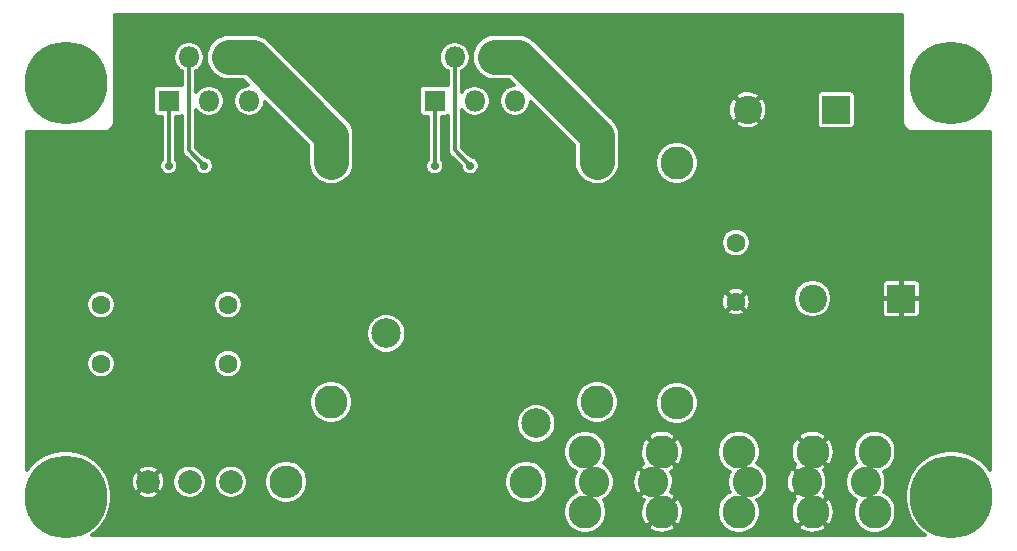
<source format=gbr>
%TF.GenerationSoftware,KiCad,Pcbnew,(5.1.6-0)*%
%TF.CreationDate,2023-05-06T17:20:51-07:00*%
%TF.ProjectId,LM1875x2_SMD_1206,4c4d3138-3735-4783-925f-534d445f3132,rev?*%
%TF.SameCoordinates,Original*%
%TF.FileFunction,Copper,L2,Bot*%
%TF.FilePolarity,Positive*%
%FSLAX46Y46*%
G04 Gerber Fmt 4.6, Leading zero omitted, Abs format (unit mm)*
G04 Created by KiCad (PCBNEW (5.1.6-0)) date 2023-05-06 17:20:51*
%MOMM*%
%LPD*%
G01*
G04 APERTURE LIST*
%TA.AperFunction,ComponentPad*%
%ADD10C,1.600000*%
%TD*%
%TA.AperFunction,ComponentPad*%
%ADD11C,2.800000*%
%TD*%
%TA.AperFunction,ComponentPad*%
%ADD12C,0.800000*%
%TD*%
%TA.AperFunction,ComponentPad*%
%ADD13C,7.000000*%
%TD*%
%TA.AperFunction,ComponentPad*%
%ADD14C,2.500000*%
%TD*%
%TA.AperFunction,ComponentPad*%
%ADD15O,1.800000X1.800000*%
%TD*%
%TA.AperFunction,ComponentPad*%
%ADD16R,1.800000X1.800000*%
%TD*%
%TA.AperFunction,ComponentPad*%
%ADD17O,2.800000X2.800000*%
%TD*%
%TA.AperFunction,ComponentPad*%
%ADD18C,2.600000*%
%TD*%
%TA.AperFunction,ComponentPad*%
%ADD19C,2.000000*%
%TD*%
%TA.AperFunction,ComponentPad*%
%ADD20C,2.400000*%
%TD*%
%TA.AperFunction,ComponentPad*%
%ADD21R,2.400000X2.400000*%
%TD*%
%TA.AperFunction,ViaPad*%
%ADD22C,0.800000*%
%TD*%
%TA.AperFunction,ViaPad*%
%ADD23C,0.700000*%
%TD*%
%TA.AperFunction,Conductor*%
%ADD24C,0.300000*%
%TD*%
%TA.AperFunction,Conductor*%
%ADD25C,3.000000*%
%TD*%
G04 APERTURE END LIST*
D10*
%TO.P,C9,2*%
%TO.N,GND*%
X143000000Y-72250000D03*
%TO.P,C9,1*%
%TO.N,Net-(C9-Pad1)*%
X143000000Y-67250000D03*
%TD*%
D11*
%TO.P,J8,1*%
%TO.N,GND*%
X149500000Y-84960000D03*
X149500000Y-90040000D03*
%TD*%
%TO.P,J7,1*%
%TO.N,SPK*%
X130250000Y-84960000D03*
X130250000Y-90040000D03*
%TD*%
%TO.P,J6,1*%
%TO.N,VEE*%
X143250000Y-84960000D03*
X143250000Y-90040000D03*
%TD*%
%TO.P,J5,1*%
%TO.N,GND*%
X136750000Y-84960000D03*
X136750000Y-90040000D03*
%TD*%
%TO.P,J4,1*%
%TO.N,VCC*%
X154750000Y-84960000D03*
X154750000Y-90040000D03*
%TD*%
D12*
%TO.P,H4,1*%
%TO.N,N/C*%
X163106155Y-86893845D03*
X161250000Y-86125000D03*
X159393845Y-86893845D03*
X158625000Y-88750000D03*
X159393845Y-90606155D03*
X161250000Y-91375000D03*
X163106155Y-90606155D03*
X163875000Y-88750000D03*
D13*
X161250000Y-88750000D03*
%TD*%
D12*
%TO.P,H3,1*%
%TO.N,N/C*%
X163106155Y-51893845D03*
X161250000Y-51125000D03*
X159393845Y-51893845D03*
X158625000Y-53750000D03*
X159393845Y-55606155D03*
X161250000Y-56375000D03*
X163106155Y-55606155D03*
X163875000Y-53750000D03*
D13*
X161250000Y-53750000D03*
%TD*%
D12*
%TO.P,H2,1*%
%TO.N,N/C*%
X88106155Y-51893845D03*
X86250000Y-51125000D03*
X84393845Y-51893845D03*
X83625000Y-53750000D03*
X84393845Y-55606155D03*
X86250000Y-56375000D03*
X88106155Y-55606155D03*
X88875000Y-53750000D03*
D13*
X86250000Y-53750000D03*
%TD*%
D12*
%TO.P,H1,1*%
%TO.N,N/C*%
X88106155Y-86893845D03*
X86250000Y-86125000D03*
X84393845Y-86893845D03*
X83625000Y-88750000D03*
X84393845Y-90606155D03*
X86250000Y-91375000D03*
X88106155Y-90606155D03*
X88875000Y-88750000D03*
D13*
X86250000Y-88750000D03*
%TD*%
D14*
%TO.P,L1,2*%
%TO.N,SPK*%
X126100000Y-82560000D03*
%TO.P,L1,1*%
%TO.N,/OUT*%
X113400000Y-74940000D03*
%TD*%
D15*
%TO.P,U2,5*%
%TO.N,VCC*%
X124300000Y-55250000D03*
%TO.P,U2,4*%
%TO.N,Net-(R10-Pad2)*%
X122600000Y-51550000D03*
%TO.P,U2,3*%
%TO.N,VEE*%
X120900000Y-55250000D03*
%TO.P,U2,2*%
%TO.N,Net-(R4-Pad1)*%
X119200000Y-51550000D03*
D16*
%TO.P,U2,1*%
%TO.N,Net-(R3-Pad1)*%
X117500000Y-55250000D03*
%TD*%
D15*
%TO.P,U1,5*%
%TO.N,VCC*%
X101800000Y-55250000D03*
%TO.P,U1,4*%
%TO.N,Net-(R6-Pad1)*%
X100100000Y-51550000D03*
%TO.P,U1,3*%
%TO.N,VEE*%
X98400000Y-55250000D03*
%TO.P,U1,2*%
%TO.N,Net-(R2-Pad1)*%
X96700000Y-51550000D03*
D16*
%TO.P,U1,1*%
%TO.N,Net-(R1-Pad1)*%
X95000000Y-55250000D03*
%TD*%
D17*
%TO.P,R12,2*%
%TO.N,/OUT*%
X104930000Y-87500000D03*
D11*
%TO.P,R12,1*%
%TO.N,SPK*%
X125250000Y-87500000D03*
%TD*%
D17*
%TO.P,R11,2*%
%TO.N,/OUT*%
X138000000Y-80820000D03*
D11*
%TO.P,R11,1*%
%TO.N,Net-(C9-Pad1)*%
X138000000Y-60500000D03*
%TD*%
D17*
%TO.P,R10,2*%
%TO.N,Net-(R10-Pad2)*%
X131250000Y-60430000D03*
D11*
%TO.P,R10,1*%
%TO.N,/OUT*%
X131250000Y-80750000D03*
%TD*%
D17*
%TO.P,R9,2*%
%TO.N,Net-(R6-Pad1)*%
X108750000Y-60430000D03*
D11*
%TO.P,R9,1*%
%TO.N,/OUT*%
X108750000Y-80750000D03*
%TD*%
D18*
%TO.P,J3,3*%
%TO.N,VCC*%
X154000000Y-87500000D03*
%TO.P,J3,2*%
%TO.N,GND*%
X149000000Y-87500000D03*
%TO.P,J3,1*%
%TO.N,VEE*%
X144000000Y-87500000D03*
%TD*%
%TO.P,J2,2*%
%TO.N,GND*%
X136000000Y-87500000D03*
%TO.P,J2,1*%
%TO.N,SPK*%
X131000000Y-87500000D03*
%TD*%
D19*
%TO.P,J1,3*%
%TO.N,Net-(C1-Pad2)*%
X100250000Y-87500000D03*
%TO.P,J1,2*%
%TO.N,Net-(C2-Pad2)*%
X96750000Y-87500000D03*
%TO.P,J1,1*%
%TO.N,GND*%
X93250000Y-87500000D03*
%TD*%
D20*
%TO.P,C4,2*%
%TO.N,VEE*%
X149500000Y-72000000D03*
D21*
%TO.P,C4,1*%
%TO.N,GND*%
X157000000Y-72000000D03*
%TD*%
D20*
%TO.P,C3,2*%
%TO.N,GND*%
X144000000Y-56000000D03*
D21*
%TO.P,C3,1*%
%TO.N,VCC*%
X151500000Y-56000000D03*
%TD*%
D10*
%TO.P,C2,2*%
%TO.N,Net-(C2-Pad2)*%
X89250000Y-77500000D03*
%TO.P,C2,1*%
%TO.N,Net-(C2-Pad1)*%
X89250000Y-72500000D03*
%TD*%
%TO.P,C1,2*%
%TO.N,Net-(C1-Pad2)*%
X100000000Y-77500000D03*
%TO.P,C1,1*%
%TO.N,Net-(C1-Pad1)*%
X100000000Y-72500000D03*
%TD*%
D22*
%TO.N,GND*%
X131500000Y-54000000D03*
X109250000Y-54000000D03*
X112925000Y-65150000D03*
X90425000Y-65150000D03*
D23*
X94000000Y-60750000D03*
X99000000Y-60750000D03*
X116500000Y-60750000D03*
X121500000Y-60750000D03*
X84151191Y-60172500D03*
X84151191Y-64172500D03*
X84151191Y-68172500D03*
X84151191Y-72172500D03*
X84151191Y-76172500D03*
X84151191Y-80172500D03*
X84151191Y-84172500D03*
X86151191Y-58750000D03*
X86151191Y-62172500D03*
X86151191Y-66172500D03*
X86151191Y-70172500D03*
X86151191Y-74172500D03*
X86151191Y-78172500D03*
X86151191Y-82172500D03*
X88151191Y-60172500D03*
X88151191Y-64172500D03*
X88151191Y-68172500D03*
X88151191Y-80172500D03*
X88151191Y-84172500D03*
X89151191Y-75172500D03*
X90750000Y-58750000D03*
X90151191Y-62172500D03*
X90151191Y-70172500D03*
X90151191Y-82172500D03*
X91151191Y-49172500D03*
X91151191Y-67172500D03*
X91151191Y-79172500D03*
X91151191Y-85172500D03*
X91151191Y-89172500D03*
X92151191Y-52172500D03*
X92151191Y-56172500D03*
X92151191Y-60172500D03*
X92151191Y-74172500D03*
X93151191Y-69172500D03*
X93151191Y-81172500D03*
X93151191Y-91172500D03*
X94151191Y-50172500D03*
X94151191Y-58172500D03*
X94151191Y-76172500D03*
X94151191Y-84172500D03*
X96151191Y-74172500D03*
X96151191Y-79172500D03*
X96151191Y-90172500D03*
X97151191Y-49172500D03*
X97151191Y-71172500D03*
X98151191Y-76172500D03*
X99151191Y-69172500D03*
X99151191Y-80172500D03*
X99151191Y-91172500D03*
X101151191Y-75172500D03*
X101151191Y-82172500D03*
X102151191Y-68172500D03*
X102151191Y-72172500D03*
X102151191Y-78172500D03*
X103151191Y-61172500D03*
X103151191Y-91172500D03*
X104151191Y-70172500D03*
X104151191Y-74172500D03*
X105151191Y-77172500D03*
X106151191Y-65172500D03*
X106151191Y-72172500D03*
X107151191Y-68172500D03*
X107151191Y-75172500D03*
X107151191Y-91172500D03*
X108151191Y-63172500D03*
X108151191Y-87172500D03*
X109151191Y-70172500D03*
X110151191Y-65172500D03*
X110151191Y-73172500D03*
X110151191Y-85172500D03*
X110151191Y-89172500D03*
X111151191Y-62172500D03*
X111151191Y-68172500D03*
X112151191Y-71172500D03*
X112151191Y-83172500D03*
X112151191Y-87172500D03*
X112151191Y-91172500D03*
X113151191Y-60172500D03*
X114151191Y-69172500D03*
X114151191Y-81172500D03*
X114151191Y-85172500D03*
X114151191Y-89172500D03*
X116151191Y-71172500D03*
X116151191Y-83172500D03*
X116151191Y-87172500D03*
X116151191Y-91172500D03*
X117151191Y-68172500D03*
X118151191Y-73172500D03*
X118151191Y-81172500D03*
X118151191Y-85172500D03*
X118151191Y-89172500D03*
X119151191Y-70172500D03*
X120151191Y-67172500D03*
X120151191Y-83172500D03*
X120151191Y-87172500D03*
X120151191Y-91172500D03*
X121151191Y-72172500D03*
X122151191Y-69172500D03*
X122151191Y-81172500D03*
X123151191Y-74172500D03*
X124151191Y-67172500D03*
X124151191Y-71172500D03*
X124151191Y-91172500D03*
X125151191Y-61172500D03*
X126151191Y-69172500D03*
X126151191Y-73172500D03*
X127151191Y-66172500D03*
X128151191Y-71172500D03*
X129151191Y-64172500D03*
X129151191Y-68172500D03*
X129151191Y-74172500D03*
X131151191Y-66172500D03*
X131151191Y-70172500D03*
X132151191Y-63172500D03*
X132151191Y-73172500D03*
X133151191Y-68172500D03*
X133151191Y-76172500D03*
X134151191Y-60172500D03*
X134151191Y-65172500D03*
X134151191Y-71172500D03*
X134151191Y-84172500D03*
X134151191Y-90172500D03*
X135151191Y-74172500D03*
X136151191Y-63172500D03*
X136151191Y-67172500D03*
X136151191Y-77172500D03*
X137151191Y-70172500D03*
X138151191Y-73172500D03*
X139151191Y-64172500D03*
X139151191Y-76172500D03*
X139151191Y-87172500D03*
X140151191Y-69172500D03*
X141151191Y-72172500D03*
X142151191Y-65172500D03*
X142151191Y-75172500D03*
X145151191Y-68172500D03*
X145151191Y-72172500D03*
X146151191Y-58172500D03*
X148151191Y-60172500D03*
X148151191Y-81172500D03*
X150151191Y-49172500D03*
X150151191Y-62172500D03*
X150151191Y-79172500D03*
X152151191Y-51172500D03*
X152151191Y-64172500D03*
X152151191Y-77172500D03*
X153151191Y-67172500D03*
X153151191Y-71172500D03*
X154151191Y-49172500D03*
X154151191Y-53172500D03*
X154151191Y-74172500D03*
X155151191Y-69172500D03*
X156151191Y-51172500D03*
X156151191Y-55172500D03*
X158151191Y-84172500D03*
X160151191Y-59172500D03*
X160151191Y-82172500D03*
X163000000Y-61500000D03*
X162151191Y-80172500D03*
X163151191Y-58500000D03*
X163151191Y-83172500D03*
%TO.N,Net-(R1-Pad1)*%
X95000000Y-60750000D03*
%TO.N,Net-(R2-Pad1)*%
X98000000Y-60750000D03*
%TO.N,Net-(R3-Pad1)*%
X117500000Y-60750000D03*
%TO.N,Net-(R4-Pad1)*%
X120500000Y-60750000D03*
%TD*%
D24*
%TO.N,Net-(R1-Pad1)*%
X95000000Y-55250000D02*
X95000000Y-60750000D01*
%TO.N,Net-(R2-Pad1)*%
X96700000Y-59450000D02*
X98000000Y-60750000D01*
X96700000Y-51550000D02*
X96700000Y-59450000D01*
%TO.N,Net-(R3-Pad1)*%
X117500000Y-60750000D02*
X117500000Y-55250000D01*
%TO.N,Net-(R4-Pad1)*%
X119200000Y-59450000D02*
X120500000Y-60750000D01*
X119200000Y-51550000D02*
X119200000Y-59450000D01*
D25*
%TO.N,Net-(R6-Pad1)*%
X108750000Y-58203998D02*
X108750000Y-60430000D01*
X102096002Y-51550000D02*
X108750000Y-58203998D01*
X100100000Y-51550000D02*
X102096002Y-51550000D01*
%TO.N,Net-(R10-Pad2)*%
X131250000Y-58203998D02*
X131250000Y-60430000D01*
X124596002Y-51550000D02*
X131250000Y-58203998D01*
X122600000Y-51550000D02*
X124596002Y-51550000D01*
%TD*%
D24*
%TO.N,GND*%
G36*
X157100000Y-57250000D02*
G01*
X157102882Y-57279264D01*
X157111418Y-57307403D01*
X157125280Y-57333336D01*
X157143934Y-57356066D01*
X157643934Y-57856066D01*
X157666664Y-57874720D01*
X157692597Y-57888582D01*
X157720736Y-57897118D01*
X157750000Y-57900000D01*
X164525001Y-57900000D01*
X164525000Y-86541573D01*
X164318165Y-86232022D01*
X163767978Y-85681835D01*
X163121026Y-85249556D01*
X162402172Y-84951797D01*
X161639041Y-84800000D01*
X160860959Y-84800000D01*
X160097828Y-84951797D01*
X159378974Y-85249556D01*
X158732022Y-85681835D01*
X158181835Y-86232022D01*
X157749556Y-86878974D01*
X157451797Y-87597828D01*
X157300000Y-88360959D01*
X157300000Y-89139041D01*
X157451797Y-89902172D01*
X157749556Y-90621026D01*
X158181835Y-91267978D01*
X158732022Y-91818165D01*
X159041573Y-92025000D01*
X88458427Y-92025000D01*
X88767978Y-91818165D01*
X89318165Y-91267978D01*
X89750444Y-90621026D01*
X90048203Y-89902172D01*
X90200000Y-89139041D01*
X90200000Y-88485414D01*
X92335297Y-88485414D01*
X92434543Y-88707446D01*
X92685773Y-88843333D01*
X92958685Y-88927597D01*
X93242793Y-88956999D01*
X93527178Y-88930410D01*
X93800911Y-88848850D01*
X94053473Y-88715455D01*
X94065457Y-88707446D01*
X94164703Y-88485414D01*
X93250000Y-87570711D01*
X92335297Y-88485414D01*
X90200000Y-88485414D01*
X90200000Y-88360959D01*
X90048203Y-87597828D01*
X90004697Y-87492793D01*
X91793001Y-87492793D01*
X91819590Y-87777178D01*
X91901150Y-88050911D01*
X92034545Y-88303473D01*
X92042554Y-88315457D01*
X92264586Y-88414703D01*
X93179289Y-87500000D01*
X93320711Y-87500000D01*
X94235414Y-88414703D01*
X94457446Y-88315457D01*
X94593333Y-88064227D01*
X94677597Y-87791315D01*
X94706999Y-87507207D01*
X94692973Y-87357187D01*
X95300000Y-87357187D01*
X95300000Y-87642813D01*
X95355723Y-87922949D01*
X95465027Y-88186833D01*
X95623711Y-88424321D01*
X95825679Y-88626289D01*
X96063167Y-88784973D01*
X96327051Y-88894277D01*
X96607187Y-88950000D01*
X96892813Y-88950000D01*
X97172949Y-88894277D01*
X97436833Y-88784973D01*
X97674321Y-88626289D01*
X97876289Y-88424321D01*
X98034973Y-88186833D01*
X98144277Y-87922949D01*
X98200000Y-87642813D01*
X98200000Y-87357187D01*
X98800000Y-87357187D01*
X98800000Y-87642813D01*
X98855723Y-87922949D01*
X98965027Y-88186833D01*
X99123711Y-88424321D01*
X99325679Y-88626289D01*
X99563167Y-88784973D01*
X99827051Y-88894277D01*
X100107187Y-88950000D01*
X100392813Y-88950000D01*
X100672949Y-88894277D01*
X100936833Y-88784973D01*
X101174321Y-88626289D01*
X101376289Y-88424321D01*
X101534973Y-88186833D01*
X101644277Y-87922949D01*
X101700000Y-87642813D01*
X101700000Y-87357187D01*
X101692164Y-87317791D01*
X103080000Y-87317791D01*
X103080000Y-87682209D01*
X103151095Y-88039625D01*
X103290552Y-88376303D01*
X103493011Y-88679306D01*
X103750694Y-88936989D01*
X104053697Y-89139448D01*
X104390375Y-89278905D01*
X104747791Y-89350000D01*
X105112209Y-89350000D01*
X105469625Y-89278905D01*
X105806303Y-89139448D01*
X106109306Y-88936989D01*
X106366989Y-88679306D01*
X106569448Y-88376303D01*
X106708905Y-88039625D01*
X106780000Y-87682209D01*
X106780000Y-87317791D01*
X123400000Y-87317791D01*
X123400000Y-87682209D01*
X123471095Y-88039625D01*
X123610552Y-88376303D01*
X123813011Y-88679306D01*
X124070694Y-88936989D01*
X124373697Y-89139448D01*
X124710375Y-89278905D01*
X125067791Y-89350000D01*
X125432209Y-89350000D01*
X125789625Y-89278905D01*
X126126303Y-89139448D01*
X126429306Y-88936989D01*
X126686989Y-88679306D01*
X126889448Y-88376303D01*
X127028905Y-88039625D01*
X127100000Y-87682209D01*
X127100000Y-87317791D01*
X127028905Y-86960375D01*
X126889448Y-86623697D01*
X126686989Y-86320694D01*
X126429306Y-86063011D01*
X126126303Y-85860552D01*
X125789625Y-85721095D01*
X125432209Y-85650000D01*
X125067791Y-85650000D01*
X124710375Y-85721095D01*
X124373697Y-85860552D01*
X124070694Y-86063011D01*
X123813011Y-86320694D01*
X123610552Y-86623697D01*
X123471095Y-86960375D01*
X123400000Y-87317791D01*
X106780000Y-87317791D01*
X106708905Y-86960375D01*
X106569448Y-86623697D01*
X106366989Y-86320694D01*
X106109306Y-86063011D01*
X105806303Y-85860552D01*
X105469625Y-85721095D01*
X105112209Y-85650000D01*
X104747791Y-85650000D01*
X104390375Y-85721095D01*
X104053697Y-85860552D01*
X103750694Y-86063011D01*
X103493011Y-86320694D01*
X103290552Y-86623697D01*
X103151095Y-86960375D01*
X103080000Y-87317791D01*
X101692164Y-87317791D01*
X101644277Y-87077051D01*
X101534973Y-86813167D01*
X101376289Y-86575679D01*
X101174321Y-86373711D01*
X100936833Y-86215027D01*
X100672949Y-86105723D01*
X100392813Y-86050000D01*
X100107187Y-86050000D01*
X99827051Y-86105723D01*
X99563167Y-86215027D01*
X99325679Y-86373711D01*
X99123711Y-86575679D01*
X98965027Y-86813167D01*
X98855723Y-87077051D01*
X98800000Y-87357187D01*
X98200000Y-87357187D01*
X98144277Y-87077051D01*
X98034973Y-86813167D01*
X97876289Y-86575679D01*
X97674321Y-86373711D01*
X97436833Y-86215027D01*
X97172949Y-86105723D01*
X96892813Y-86050000D01*
X96607187Y-86050000D01*
X96327051Y-86105723D01*
X96063167Y-86215027D01*
X95825679Y-86373711D01*
X95623711Y-86575679D01*
X95465027Y-86813167D01*
X95355723Y-87077051D01*
X95300000Y-87357187D01*
X94692973Y-87357187D01*
X94680410Y-87222822D01*
X94598850Y-86949089D01*
X94465455Y-86696527D01*
X94457446Y-86684543D01*
X94235414Y-86585297D01*
X93320711Y-87500000D01*
X93179289Y-87500000D01*
X92264586Y-86585297D01*
X92042554Y-86684543D01*
X91906667Y-86935773D01*
X91822403Y-87208685D01*
X91793001Y-87492793D01*
X90004697Y-87492793D01*
X89750444Y-86878974D01*
X89506969Y-86514586D01*
X92335297Y-86514586D01*
X93250000Y-87429289D01*
X94164703Y-86514586D01*
X94065457Y-86292554D01*
X93814227Y-86156667D01*
X93541315Y-86072403D01*
X93257207Y-86043001D01*
X92972822Y-86069590D01*
X92699089Y-86151150D01*
X92446527Y-86284545D01*
X92434543Y-86292554D01*
X92335297Y-86514586D01*
X89506969Y-86514586D01*
X89318165Y-86232022D01*
X88767978Y-85681835D01*
X88121026Y-85249556D01*
X87402172Y-84951797D01*
X86639041Y-84800000D01*
X85860959Y-84800000D01*
X85097828Y-84951797D01*
X84378974Y-85249556D01*
X83732022Y-85681835D01*
X83181835Y-86232022D01*
X82975000Y-86541573D01*
X82975000Y-84777791D01*
X128400000Y-84777791D01*
X128400000Y-85142209D01*
X128471095Y-85499625D01*
X128610552Y-85836303D01*
X128813011Y-86139306D01*
X129070694Y-86396989D01*
X129373697Y-86599448D01*
X129470289Y-86639458D01*
X129449170Y-86671064D01*
X129317251Y-86989544D01*
X129250000Y-87327640D01*
X129250000Y-87672360D01*
X129317251Y-88010456D01*
X129449170Y-88328936D01*
X129470289Y-88360542D01*
X129373697Y-88400552D01*
X129070694Y-88603011D01*
X128813011Y-88860694D01*
X128610552Y-89163697D01*
X128471095Y-89500375D01*
X128400000Y-89857791D01*
X128400000Y-90222209D01*
X128471095Y-90579625D01*
X128610552Y-90916303D01*
X128813011Y-91219306D01*
X129070694Y-91476989D01*
X129373697Y-91679448D01*
X129710375Y-91818905D01*
X130067791Y-91890000D01*
X130432209Y-91890000D01*
X130789625Y-91818905D01*
X131126303Y-91679448D01*
X131429306Y-91476989D01*
X131596519Y-91309776D01*
X135550934Y-91309776D01*
X135698182Y-91572768D01*
X136017420Y-91748516D01*
X136364811Y-91858606D01*
X136727005Y-91898808D01*
X137090082Y-91867578D01*
X137440090Y-91766115D01*
X137763579Y-91598318D01*
X137801818Y-91572768D01*
X137949066Y-91309776D01*
X136750000Y-90110711D01*
X135550934Y-91309776D01*
X131596519Y-91309776D01*
X131686989Y-91219306D01*
X131889448Y-90916303D01*
X132028905Y-90579625D01*
X132100000Y-90222209D01*
X132100000Y-89857791D01*
X132028905Y-89500375D01*
X131889448Y-89163697D01*
X131817264Y-89055665D01*
X131828936Y-89050830D01*
X132115560Y-88859314D01*
X132359314Y-88615560D01*
X132550830Y-88328936D01*
X132682749Y-88010456D01*
X132750000Y-87672360D01*
X132750000Y-87480952D01*
X134241636Y-87480952D01*
X134271707Y-87824358D01*
X134368195Y-88155299D01*
X134527392Y-88461057D01*
X134548556Y-88492733D01*
X134801307Y-88627982D01*
X135929289Y-87500000D01*
X134801307Y-86372018D01*
X134548556Y-86507267D01*
X134382773Y-86809505D01*
X134279138Y-87138278D01*
X134241636Y-87480952D01*
X132750000Y-87480952D01*
X132750000Y-87327640D01*
X132682749Y-86989544D01*
X132550830Y-86671064D01*
X132359314Y-86384440D01*
X132276181Y-86301307D01*
X134872018Y-86301307D01*
X136000000Y-87429289D01*
X136014142Y-87415147D01*
X136084853Y-87485858D01*
X136070711Y-87500000D01*
X136084853Y-87514142D01*
X136014142Y-87584853D01*
X136000000Y-87570711D01*
X134872018Y-88698693D01*
X135007267Y-88951444D01*
X135184068Y-89048423D01*
X135041484Y-89307420D01*
X134931394Y-89654811D01*
X134891192Y-90017005D01*
X134922422Y-90380082D01*
X135023885Y-90730090D01*
X135191682Y-91053579D01*
X135217232Y-91091818D01*
X135480224Y-91239066D01*
X136679289Y-90040000D01*
X136820711Y-90040000D01*
X138019776Y-91239066D01*
X138282768Y-91091818D01*
X138458516Y-90772580D01*
X138568606Y-90425189D01*
X138608808Y-90062995D01*
X138577578Y-89699918D01*
X138476115Y-89349910D01*
X138308318Y-89026421D01*
X138282768Y-88988182D01*
X138019776Y-88840934D01*
X136820711Y-90040000D01*
X136679289Y-90040000D01*
X136665147Y-90025858D01*
X136735858Y-89955147D01*
X136750000Y-89969289D01*
X137949066Y-88770224D01*
X137801818Y-88507232D01*
X137526599Y-88355718D01*
X137617227Y-88190495D01*
X137720862Y-87861722D01*
X137758364Y-87519048D01*
X137728293Y-87175642D01*
X137631805Y-86844701D01*
X137526026Y-86641539D01*
X137763579Y-86518318D01*
X137801818Y-86492768D01*
X137949066Y-86229776D01*
X136750000Y-85030711D01*
X136735858Y-85044853D01*
X136665147Y-84974142D01*
X136679289Y-84960000D01*
X136820711Y-84960000D01*
X138019776Y-86159066D01*
X138282768Y-86011818D01*
X138458516Y-85692580D01*
X138568606Y-85345189D01*
X138608808Y-84982995D01*
X138591158Y-84777791D01*
X141400000Y-84777791D01*
X141400000Y-85142209D01*
X141471095Y-85499625D01*
X141610552Y-85836303D01*
X141813011Y-86139306D01*
X142070694Y-86396989D01*
X142373697Y-86599448D01*
X142470289Y-86639458D01*
X142449170Y-86671064D01*
X142317251Y-86989544D01*
X142250000Y-87327640D01*
X142250000Y-87672360D01*
X142317251Y-88010456D01*
X142449170Y-88328936D01*
X142470289Y-88360542D01*
X142373697Y-88400552D01*
X142070694Y-88603011D01*
X141813011Y-88860694D01*
X141610552Y-89163697D01*
X141471095Y-89500375D01*
X141400000Y-89857791D01*
X141400000Y-90222209D01*
X141471095Y-90579625D01*
X141610552Y-90916303D01*
X141813011Y-91219306D01*
X142070694Y-91476989D01*
X142373697Y-91679448D01*
X142710375Y-91818905D01*
X143067791Y-91890000D01*
X143432209Y-91890000D01*
X143789625Y-91818905D01*
X144126303Y-91679448D01*
X144429306Y-91476989D01*
X144596519Y-91309776D01*
X148300934Y-91309776D01*
X148448182Y-91572768D01*
X148767420Y-91748516D01*
X149114811Y-91858606D01*
X149477005Y-91898808D01*
X149840082Y-91867578D01*
X150190090Y-91766115D01*
X150513579Y-91598318D01*
X150551818Y-91572768D01*
X150699066Y-91309776D01*
X149500000Y-90110711D01*
X148300934Y-91309776D01*
X144596519Y-91309776D01*
X144686989Y-91219306D01*
X144889448Y-90916303D01*
X145028905Y-90579625D01*
X145100000Y-90222209D01*
X145100000Y-89857791D01*
X145028905Y-89500375D01*
X144889448Y-89163697D01*
X144817264Y-89055665D01*
X144828936Y-89050830D01*
X145115560Y-88859314D01*
X145359314Y-88615560D01*
X145550830Y-88328936D01*
X145682749Y-88010456D01*
X145750000Y-87672360D01*
X145750000Y-87480952D01*
X147241636Y-87480952D01*
X147271707Y-87824358D01*
X147368195Y-88155299D01*
X147527392Y-88461057D01*
X147548556Y-88492733D01*
X147801307Y-88627982D01*
X148929289Y-87500000D01*
X147801307Y-86372018D01*
X147548556Y-86507267D01*
X147382773Y-86809505D01*
X147279138Y-87138278D01*
X147241636Y-87480952D01*
X145750000Y-87480952D01*
X145750000Y-87327640D01*
X145682749Y-86989544D01*
X145550830Y-86671064D01*
X145359314Y-86384440D01*
X145115560Y-86140686D01*
X144828936Y-85949170D01*
X144817264Y-85944335D01*
X144889448Y-85836303D01*
X145028905Y-85499625D01*
X145100000Y-85142209D01*
X145100000Y-84937005D01*
X147641192Y-84937005D01*
X147672422Y-85300082D01*
X147773885Y-85650090D01*
X147941682Y-85973579D01*
X147967232Y-86011818D01*
X148018930Y-86040763D01*
X148007267Y-86048556D01*
X147872018Y-86301307D01*
X149000000Y-87429289D01*
X149014142Y-87415147D01*
X149084853Y-87485858D01*
X149070711Y-87500000D01*
X149084853Y-87514142D01*
X149014142Y-87584853D01*
X149000000Y-87570711D01*
X147872018Y-88698693D01*
X148007267Y-88951444D01*
X148020189Y-88958532D01*
X147967232Y-88988182D01*
X147791484Y-89307420D01*
X147681394Y-89654811D01*
X147641192Y-90017005D01*
X147672422Y-90380082D01*
X147773885Y-90730090D01*
X147941682Y-91053579D01*
X147967232Y-91091818D01*
X148230224Y-91239066D01*
X149429289Y-90040000D01*
X149570711Y-90040000D01*
X150769776Y-91239066D01*
X151032768Y-91091818D01*
X151208516Y-90772580D01*
X151318606Y-90425189D01*
X151358808Y-90062995D01*
X151327578Y-89699918D01*
X151226115Y-89349910D01*
X151058318Y-89026421D01*
X151032768Y-88988182D01*
X150769776Y-88840934D01*
X149570711Y-90040000D01*
X149429289Y-90040000D01*
X149415147Y-90025858D01*
X149485858Y-89955147D01*
X149500000Y-89969289D01*
X150699066Y-88770224D01*
X150551818Y-88507232D01*
X150468616Y-88461427D01*
X150617227Y-88190495D01*
X150720862Y-87861722D01*
X150758364Y-87519048D01*
X150741603Y-87327640D01*
X152250000Y-87327640D01*
X152250000Y-87672360D01*
X152317251Y-88010456D01*
X152449170Y-88328936D01*
X152640686Y-88615560D01*
X152884440Y-88859314D01*
X153171064Y-89050830D01*
X153182736Y-89055665D01*
X153110552Y-89163697D01*
X152971095Y-89500375D01*
X152900000Y-89857791D01*
X152900000Y-90222209D01*
X152971095Y-90579625D01*
X153110552Y-90916303D01*
X153313011Y-91219306D01*
X153570694Y-91476989D01*
X153873697Y-91679448D01*
X154210375Y-91818905D01*
X154567791Y-91890000D01*
X154932209Y-91890000D01*
X155289625Y-91818905D01*
X155626303Y-91679448D01*
X155929306Y-91476989D01*
X156186989Y-91219306D01*
X156389448Y-90916303D01*
X156528905Y-90579625D01*
X156600000Y-90222209D01*
X156600000Y-89857791D01*
X156528905Y-89500375D01*
X156389448Y-89163697D01*
X156186989Y-88860694D01*
X155929306Y-88603011D01*
X155626303Y-88400552D01*
X155529711Y-88360542D01*
X155550830Y-88328936D01*
X155682749Y-88010456D01*
X155750000Y-87672360D01*
X155750000Y-87327640D01*
X155682749Y-86989544D01*
X155550830Y-86671064D01*
X155529711Y-86639458D01*
X155626303Y-86599448D01*
X155929306Y-86396989D01*
X156186989Y-86139306D01*
X156389448Y-85836303D01*
X156528905Y-85499625D01*
X156600000Y-85142209D01*
X156600000Y-84777791D01*
X156528905Y-84420375D01*
X156389448Y-84083697D01*
X156186989Y-83780694D01*
X155929306Y-83523011D01*
X155626303Y-83320552D01*
X155289625Y-83181095D01*
X154932209Y-83110000D01*
X154567791Y-83110000D01*
X154210375Y-83181095D01*
X153873697Y-83320552D01*
X153570694Y-83523011D01*
X153313011Y-83780694D01*
X153110552Y-84083697D01*
X152971095Y-84420375D01*
X152900000Y-84777791D01*
X152900000Y-85142209D01*
X152971095Y-85499625D01*
X153110552Y-85836303D01*
X153182736Y-85944335D01*
X153171064Y-85949170D01*
X152884440Y-86140686D01*
X152640686Y-86384440D01*
X152449170Y-86671064D01*
X152317251Y-86989544D01*
X152250000Y-87327640D01*
X150741603Y-87327640D01*
X150728293Y-87175642D01*
X150631805Y-86844701D01*
X150472865Y-86539437D01*
X150513579Y-86518318D01*
X150551818Y-86492768D01*
X150699066Y-86229776D01*
X149500000Y-85030711D01*
X149485858Y-85044853D01*
X149415147Y-84974142D01*
X149429289Y-84960000D01*
X149570711Y-84960000D01*
X150769776Y-86159066D01*
X151032768Y-86011818D01*
X151208516Y-85692580D01*
X151318606Y-85345189D01*
X151358808Y-84982995D01*
X151327578Y-84619918D01*
X151226115Y-84269910D01*
X151058318Y-83946421D01*
X151032768Y-83908182D01*
X150769776Y-83760934D01*
X149570711Y-84960000D01*
X149429289Y-84960000D01*
X148230224Y-83760934D01*
X147967232Y-83908182D01*
X147791484Y-84227420D01*
X147681394Y-84574811D01*
X147641192Y-84937005D01*
X145100000Y-84937005D01*
X145100000Y-84777791D01*
X145028905Y-84420375D01*
X144889448Y-84083697D01*
X144686989Y-83780694D01*
X144596519Y-83690224D01*
X148300934Y-83690224D01*
X149500000Y-84889289D01*
X150699066Y-83690224D01*
X150551818Y-83427232D01*
X150232580Y-83251484D01*
X149885189Y-83141394D01*
X149522995Y-83101192D01*
X149159918Y-83132422D01*
X148809910Y-83233885D01*
X148486421Y-83401682D01*
X148448182Y-83427232D01*
X148300934Y-83690224D01*
X144596519Y-83690224D01*
X144429306Y-83523011D01*
X144126303Y-83320552D01*
X143789625Y-83181095D01*
X143432209Y-83110000D01*
X143067791Y-83110000D01*
X142710375Y-83181095D01*
X142373697Y-83320552D01*
X142070694Y-83523011D01*
X141813011Y-83780694D01*
X141610552Y-84083697D01*
X141471095Y-84420375D01*
X141400000Y-84777791D01*
X138591158Y-84777791D01*
X138577578Y-84619918D01*
X138476115Y-84269910D01*
X138308318Y-83946421D01*
X138282768Y-83908182D01*
X138019776Y-83760934D01*
X136820711Y-84960000D01*
X136679289Y-84960000D01*
X135480224Y-83760934D01*
X135217232Y-83908182D01*
X135041484Y-84227420D01*
X134931394Y-84574811D01*
X134891192Y-84937005D01*
X134922422Y-85300082D01*
X135023885Y-85650090D01*
X135181181Y-85953334D01*
X135038943Y-86027392D01*
X135007267Y-86048556D01*
X134872018Y-86301307D01*
X132276181Y-86301307D01*
X132115560Y-86140686D01*
X131828936Y-85949170D01*
X131817264Y-85944335D01*
X131889448Y-85836303D01*
X132028905Y-85499625D01*
X132100000Y-85142209D01*
X132100000Y-84777791D01*
X132028905Y-84420375D01*
X131889448Y-84083697D01*
X131686989Y-83780694D01*
X131596519Y-83690224D01*
X135550934Y-83690224D01*
X136750000Y-84889289D01*
X137949066Y-83690224D01*
X137801818Y-83427232D01*
X137482580Y-83251484D01*
X137135189Y-83141394D01*
X136772995Y-83101192D01*
X136409918Y-83132422D01*
X136059910Y-83233885D01*
X135736421Y-83401682D01*
X135698182Y-83427232D01*
X135550934Y-83690224D01*
X131596519Y-83690224D01*
X131429306Y-83523011D01*
X131126303Y-83320552D01*
X130789625Y-83181095D01*
X130432209Y-83110000D01*
X130067791Y-83110000D01*
X129710375Y-83181095D01*
X129373697Y-83320552D01*
X129070694Y-83523011D01*
X128813011Y-83780694D01*
X128610552Y-84083697D01*
X128471095Y-84420375D01*
X128400000Y-84777791D01*
X82975000Y-84777791D01*
X82975000Y-80567791D01*
X106900000Y-80567791D01*
X106900000Y-80932209D01*
X106971095Y-81289625D01*
X107110552Y-81626303D01*
X107313011Y-81929306D01*
X107570694Y-82186989D01*
X107873697Y-82389448D01*
X108210375Y-82528905D01*
X108567791Y-82600000D01*
X108932209Y-82600000D01*
X109289625Y-82528905D01*
X109618777Y-82392565D01*
X124400000Y-82392565D01*
X124400000Y-82727435D01*
X124465330Y-83055872D01*
X124593479Y-83365252D01*
X124779523Y-83643687D01*
X125016313Y-83880477D01*
X125294748Y-84066521D01*
X125604128Y-84194670D01*
X125932565Y-84260000D01*
X126267435Y-84260000D01*
X126595872Y-84194670D01*
X126905252Y-84066521D01*
X127183687Y-83880477D01*
X127420477Y-83643687D01*
X127606521Y-83365252D01*
X127734670Y-83055872D01*
X127800000Y-82727435D01*
X127800000Y-82392565D01*
X127734670Y-82064128D01*
X127606521Y-81754748D01*
X127420477Y-81476313D01*
X127183687Y-81239523D01*
X126905252Y-81053479D01*
X126595872Y-80925330D01*
X126267435Y-80860000D01*
X125932565Y-80860000D01*
X125604128Y-80925330D01*
X125294748Y-81053479D01*
X125016313Y-81239523D01*
X124779523Y-81476313D01*
X124593479Y-81754748D01*
X124465330Y-82064128D01*
X124400000Y-82392565D01*
X109618777Y-82392565D01*
X109626303Y-82389448D01*
X109929306Y-82186989D01*
X110186989Y-81929306D01*
X110389448Y-81626303D01*
X110528905Y-81289625D01*
X110600000Y-80932209D01*
X110600000Y-80567791D01*
X129400000Y-80567791D01*
X129400000Y-80932209D01*
X129471095Y-81289625D01*
X129610552Y-81626303D01*
X129813011Y-81929306D01*
X130070694Y-82186989D01*
X130373697Y-82389448D01*
X130710375Y-82528905D01*
X131067791Y-82600000D01*
X131432209Y-82600000D01*
X131789625Y-82528905D01*
X132126303Y-82389448D01*
X132429306Y-82186989D01*
X132686989Y-81929306D01*
X132889448Y-81626303D01*
X133028905Y-81289625D01*
X133100000Y-80932209D01*
X133100000Y-80637791D01*
X136150000Y-80637791D01*
X136150000Y-81002209D01*
X136221095Y-81359625D01*
X136360552Y-81696303D01*
X136563011Y-81999306D01*
X136820694Y-82256989D01*
X137123697Y-82459448D01*
X137460375Y-82598905D01*
X137817791Y-82670000D01*
X138182209Y-82670000D01*
X138539625Y-82598905D01*
X138876303Y-82459448D01*
X139179306Y-82256989D01*
X139436989Y-81999306D01*
X139639448Y-81696303D01*
X139778905Y-81359625D01*
X139850000Y-81002209D01*
X139850000Y-80637791D01*
X139778905Y-80280375D01*
X139639448Y-79943697D01*
X139436989Y-79640694D01*
X139179306Y-79383011D01*
X138876303Y-79180552D01*
X138539625Y-79041095D01*
X138182209Y-78970000D01*
X137817791Y-78970000D01*
X137460375Y-79041095D01*
X137123697Y-79180552D01*
X136820694Y-79383011D01*
X136563011Y-79640694D01*
X136360552Y-79943697D01*
X136221095Y-80280375D01*
X136150000Y-80637791D01*
X133100000Y-80637791D01*
X133100000Y-80567791D01*
X133028905Y-80210375D01*
X132889448Y-79873697D01*
X132686989Y-79570694D01*
X132429306Y-79313011D01*
X132126303Y-79110552D01*
X131789625Y-78971095D01*
X131432209Y-78900000D01*
X131067791Y-78900000D01*
X130710375Y-78971095D01*
X130373697Y-79110552D01*
X130070694Y-79313011D01*
X129813011Y-79570694D01*
X129610552Y-79873697D01*
X129471095Y-80210375D01*
X129400000Y-80567791D01*
X110600000Y-80567791D01*
X110528905Y-80210375D01*
X110389448Y-79873697D01*
X110186989Y-79570694D01*
X109929306Y-79313011D01*
X109626303Y-79110552D01*
X109289625Y-78971095D01*
X108932209Y-78900000D01*
X108567791Y-78900000D01*
X108210375Y-78971095D01*
X107873697Y-79110552D01*
X107570694Y-79313011D01*
X107313011Y-79570694D01*
X107110552Y-79873697D01*
X106971095Y-80210375D01*
X106900000Y-80567791D01*
X82975000Y-80567791D01*
X82975000Y-77376886D01*
X88000000Y-77376886D01*
X88000000Y-77623114D01*
X88048037Y-77864611D01*
X88142265Y-78092097D01*
X88279062Y-78296828D01*
X88453172Y-78470938D01*
X88657903Y-78607735D01*
X88885389Y-78701963D01*
X89126886Y-78750000D01*
X89373114Y-78750000D01*
X89614611Y-78701963D01*
X89842097Y-78607735D01*
X90046828Y-78470938D01*
X90220938Y-78296828D01*
X90357735Y-78092097D01*
X90451963Y-77864611D01*
X90500000Y-77623114D01*
X90500000Y-77376886D01*
X98750000Y-77376886D01*
X98750000Y-77623114D01*
X98798037Y-77864611D01*
X98892265Y-78092097D01*
X99029062Y-78296828D01*
X99203172Y-78470938D01*
X99407903Y-78607735D01*
X99635389Y-78701963D01*
X99876886Y-78750000D01*
X100123114Y-78750000D01*
X100364611Y-78701963D01*
X100592097Y-78607735D01*
X100796828Y-78470938D01*
X100970938Y-78296828D01*
X101107735Y-78092097D01*
X101201963Y-77864611D01*
X101250000Y-77623114D01*
X101250000Y-77376886D01*
X101201963Y-77135389D01*
X101107735Y-76907903D01*
X100970938Y-76703172D01*
X100796828Y-76529062D01*
X100592097Y-76392265D01*
X100364611Y-76298037D01*
X100123114Y-76250000D01*
X99876886Y-76250000D01*
X99635389Y-76298037D01*
X99407903Y-76392265D01*
X99203172Y-76529062D01*
X99029062Y-76703172D01*
X98892265Y-76907903D01*
X98798037Y-77135389D01*
X98750000Y-77376886D01*
X90500000Y-77376886D01*
X90451963Y-77135389D01*
X90357735Y-76907903D01*
X90220938Y-76703172D01*
X90046828Y-76529062D01*
X89842097Y-76392265D01*
X89614611Y-76298037D01*
X89373114Y-76250000D01*
X89126886Y-76250000D01*
X88885389Y-76298037D01*
X88657903Y-76392265D01*
X88453172Y-76529062D01*
X88279062Y-76703172D01*
X88142265Y-76907903D01*
X88048037Y-77135389D01*
X88000000Y-77376886D01*
X82975000Y-77376886D01*
X82975000Y-74772565D01*
X111700000Y-74772565D01*
X111700000Y-75107435D01*
X111765330Y-75435872D01*
X111893479Y-75745252D01*
X112079523Y-76023687D01*
X112316313Y-76260477D01*
X112594748Y-76446521D01*
X112904128Y-76574670D01*
X113232565Y-76640000D01*
X113567435Y-76640000D01*
X113895872Y-76574670D01*
X114205252Y-76446521D01*
X114483687Y-76260477D01*
X114720477Y-76023687D01*
X114906521Y-75745252D01*
X115034670Y-75435872D01*
X115100000Y-75107435D01*
X115100000Y-74772565D01*
X115034670Y-74444128D01*
X114906521Y-74134748D01*
X114720477Y-73856313D01*
X114483687Y-73619523D01*
X114205252Y-73433479D01*
X113895872Y-73305330D01*
X113567435Y-73240000D01*
X113232565Y-73240000D01*
X112904128Y-73305330D01*
X112594748Y-73433479D01*
X112316313Y-73619523D01*
X112079523Y-73856313D01*
X111893479Y-74134748D01*
X111765330Y-74444128D01*
X111700000Y-74772565D01*
X82975000Y-74772565D01*
X82975000Y-72376886D01*
X88000000Y-72376886D01*
X88000000Y-72623114D01*
X88048037Y-72864611D01*
X88142265Y-73092097D01*
X88279062Y-73296828D01*
X88453172Y-73470938D01*
X88657903Y-73607735D01*
X88885389Y-73701963D01*
X89126886Y-73750000D01*
X89373114Y-73750000D01*
X89614611Y-73701963D01*
X89842097Y-73607735D01*
X90046828Y-73470938D01*
X90220938Y-73296828D01*
X90357735Y-73092097D01*
X90451963Y-72864611D01*
X90500000Y-72623114D01*
X90500000Y-72376886D01*
X98750000Y-72376886D01*
X98750000Y-72623114D01*
X98798037Y-72864611D01*
X98892265Y-73092097D01*
X99029062Y-73296828D01*
X99203172Y-73470938D01*
X99407903Y-73607735D01*
X99635389Y-73701963D01*
X99876886Y-73750000D01*
X100123114Y-73750000D01*
X100364611Y-73701963D01*
X100592097Y-73607735D01*
X100796828Y-73470938D01*
X100970938Y-73296828D01*
X101107003Y-73093192D01*
X142227518Y-73093192D01*
X142302750Y-73294748D01*
X142519967Y-73410701D01*
X142755632Y-73482049D01*
X143000689Y-73506049D01*
X143245718Y-73481780D01*
X143481305Y-73410174D01*
X143697250Y-73294748D01*
X143772482Y-73093192D01*
X143000000Y-72320711D01*
X142227518Y-73093192D01*
X101107003Y-73093192D01*
X101107735Y-73092097D01*
X101201963Y-72864611D01*
X101250000Y-72623114D01*
X101250000Y-72376886D01*
X101224898Y-72250689D01*
X141743951Y-72250689D01*
X141768220Y-72495718D01*
X141839826Y-72731305D01*
X141955252Y-72947250D01*
X142156808Y-73022482D01*
X142929289Y-72250000D01*
X143070711Y-72250000D01*
X143843192Y-73022482D01*
X144044748Y-72947250D01*
X144160701Y-72730033D01*
X144232049Y-72494368D01*
X144256049Y-72249311D01*
X144231780Y-72004282D01*
X144181084Y-71837489D01*
X147850000Y-71837489D01*
X147850000Y-72162511D01*
X147913408Y-72481287D01*
X148037789Y-72781568D01*
X148218361Y-73051814D01*
X148448186Y-73281639D01*
X148718432Y-73462211D01*
X149018713Y-73586592D01*
X149337489Y-73650000D01*
X149662511Y-73650000D01*
X149981287Y-73586592D01*
X150281568Y-73462211D01*
X150551814Y-73281639D01*
X150633453Y-73200000D01*
X155347823Y-73200000D01*
X155356511Y-73288215D01*
X155382243Y-73373041D01*
X155424029Y-73451216D01*
X155480263Y-73519737D01*
X155548784Y-73575971D01*
X155626959Y-73617757D01*
X155711785Y-73643489D01*
X155800000Y-73652177D01*
X156837500Y-73650000D01*
X156950000Y-73537500D01*
X156950000Y-72050000D01*
X157050000Y-72050000D01*
X157050000Y-73537500D01*
X157162500Y-73650000D01*
X158200000Y-73652177D01*
X158288215Y-73643489D01*
X158373041Y-73617757D01*
X158451216Y-73575971D01*
X158519737Y-73519737D01*
X158575971Y-73451216D01*
X158617757Y-73373041D01*
X158643489Y-73288215D01*
X158652177Y-73200000D01*
X158650000Y-72162500D01*
X158537500Y-72050000D01*
X157050000Y-72050000D01*
X156950000Y-72050000D01*
X155462500Y-72050000D01*
X155350000Y-72162500D01*
X155347823Y-73200000D01*
X150633453Y-73200000D01*
X150781639Y-73051814D01*
X150962211Y-72781568D01*
X151086592Y-72481287D01*
X151150000Y-72162511D01*
X151150000Y-71837489D01*
X151086592Y-71518713D01*
X150962211Y-71218432D01*
X150781639Y-70948186D01*
X150633453Y-70800000D01*
X155347823Y-70800000D01*
X155350000Y-71837500D01*
X155462500Y-71950000D01*
X156950000Y-71950000D01*
X156950000Y-70462500D01*
X157050000Y-70462500D01*
X157050000Y-71950000D01*
X158537500Y-71950000D01*
X158650000Y-71837500D01*
X158652177Y-70800000D01*
X158643489Y-70711785D01*
X158617757Y-70626959D01*
X158575971Y-70548784D01*
X158519737Y-70480263D01*
X158451216Y-70424029D01*
X158373041Y-70382243D01*
X158288215Y-70356511D01*
X158200000Y-70347823D01*
X157162500Y-70350000D01*
X157050000Y-70462500D01*
X156950000Y-70462500D01*
X156837500Y-70350000D01*
X155800000Y-70347823D01*
X155711785Y-70356511D01*
X155626959Y-70382243D01*
X155548784Y-70424029D01*
X155480263Y-70480263D01*
X155424029Y-70548784D01*
X155382243Y-70626959D01*
X155356511Y-70711785D01*
X155347823Y-70800000D01*
X150633453Y-70800000D01*
X150551814Y-70718361D01*
X150281568Y-70537789D01*
X149981287Y-70413408D01*
X149662511Y-70350000D01*
X149337489Y-70350000D01*
X149018713Y-70413408D01*
X148718432Y-70537789D01*
X148448186Y-70718361D01*
X148218361Y-70948186D01*
X148037789Y-71218432D01*
X147913408Y-71518713D01*
X147850000Y-71837489D01*
X144181084Y-71837489D01*
X144160174Y-71768695D01*
X144044748Y-71552750D01*
X143843192Y-71477518D01*
X143070711Y-72250000D01*
X142929289Y-72250000D01*
X142156808Y-71477518D01*
X141955252Y-71552750D01*
X141839299Y-71769967D01*
X141767951Y-72005632D01*
X141743951Y-72250689D01*
X101224898Y-72250689D01*
X101201963Y-72135389D01*
X101107735Y-71907903D01*
X100970938Y-71703172D01*
X100796828Y-71529062D01*
X100613863Y-71406808D01*
X142227518Y-71406808D01*
X143000000Y-72179289D01*
X143772482Y-71406808D01*
X143697250Y-71205252D01*
X143480033Y-71089299D01*
X143244368Y-71017951D01*
X142999311Y-70993951D01*
X142754282Y-71018220D01*
X142518695Y-71089826D01*
X142302750Y-71205252D01*
X142227518Y-71406808D01*
X100613863Y-71406808D01*
X100592097Y-71392265D01*
X100364611Y-71298037D01*
X100123114Y-71250000D01*
X99876886Y-71250000D01*
X99635389Y-71298037D01*
X99407903Y-71392265D01*
X99203172Y-71529062D01*
X99029062Y-71703172D01*
X98892265Y-71907903D01*
X98798037Y-72135389D01*
X98750000Y-72376886D01*
X90500000Y-72376886D01*
X90451963Y-72135389D01*
X90357735Y-71907903D01*
X90220938Y-71703172D01*
X90046828Y-71529062D01*
X89842097Y-71392265D01*
X89614611Y-71298037D01*
X89373114Y-71250000D01*
X89126886Y-71250000D01*
X88885389Y-71298037D01*
X88657903Y-71392265D01*
X88453172Y-71529062D01*
X88279062Y-71703172D01*
X88142265Y-71907903D01*
X88048037Y-72135389D01*
X88000000Y-72376886D01*
X82975000Y-72376886D01*
X82975000Y-67126886D01*
X141750000Y-67126886D01*
X141750000Y-67373114D01*
X141798037Y-67614611D01*
X141892265Y-67842097D01*
X142029062Y-68046828D01*
X142203172Y-68220938D01*
X142407903Y-68357735D01*
X142635389Y-68451963D01*
X142876886Y-68500000D01*
X143123114Y-68500000D01*
X143364611Y-68451963D01*
X143592097Y-68357735D01*
X143796828Y-68220938D01*
X143970938Y-68046828D01*
X144107735Y-67842097D01*
X144201963Y-67614611D01*
X144250000Y-67373114D01*
X144250000Y-67126886D01*
X144201963Y-66885389D01*
X144107735Y-66657903D01*
X143970938Y-66453172D01*
X143796828Y-66279062D01*
X143592097Y-66142265D01*
X143364611Y-66048037D01*
X143123114Y-66000000D01*
X142876886Y-66000000D01*
X142635389Y-66048037D01*
X142407903Y-66142265D01*
X142203172Y-66279062D01*
X142029062Y-66453172D01*
X141892265Y-66657903D01*
X141798037Y-66885389D01*
X141750000Y-67126886D01*
X82975000Y-67126886D01*
X82975000Y-57900000D01*
X89750000Y-57900000D01*
X89779264Y-57897118D01*
X89807403Y-57888582D01*
X89833336Y-57874720D01*
X89856066Y-57856066D01*
X90356066Y-57356066D01*
X90374720Y-57333336D01*
X90388582Y-57307403D01*
X90397118Y-57279264D01*
X90400000Y-57250000D01*
X90400000Y-54350000D01*
X93647823Y-54350000D01*
X93647823Y-56150000D01*
X93656511Y-56238215D01*
X93682243Y-56323041D01*
X93724029Y-56401216D01*
X93780263Y-56469737D01*
X93848784Y-56525971D01*
X93926959Y-56567757D01*
X94011785Y-56593489D01*
X94100000Y-56602177D01*
X94400000Y-56602177D01*
X94400001Y-60218628D01*
X94378599Y-60240030D01*
X94291049Y-60371058D01*
X94230743Y-60516649D01*
X94200000Y-60671207D01*
X94200000Y-60828793D01*
X94230743Y-60983351D01*
X94291049Y-61128942D01*
X94378599Y-61259970D01*
X94490030Y-61371401D01*
X94621058Y-61458951D01*
X94766649Y-61519257D01*
X94921207Y-61550000D01*
X95078793Y-61550000D01*
X95233351Y-61519257D01*
X95378942Y-61458951D01*
X95509970Y-61371401D01*
X95621401Y-61259970D01*
X95708951Y-61128942D01*
X95769257Y-60983351D01*
X95800000Y-60828793D01*
X95800000Y-60671207D01*
X95769257Y-60516649D01*
X95708951Y-60371058D01*
X95621401Y-60240030D01*
X95600000Y-60218629D01*
X95600000Y-56602177D01*
X95900000Y-56602177D01*
X95988215Y-56593489D01*
X96073041Y-56567757D01*
X96100001Y-56553347D01*
X96100001Y-59420516D01*
X96097097Y-59450000D01*
X96108682Y-59567620D01*
X96125693Y-59623697D01*
X96142991Y-59680721D01*
X96198705Y-59784955D01*
X96273684Y-59876317D01*
X96296581Y-59895109D01*
X97200000Y-60798528D01*
X97200000Y-60828793D01*
X97230743Y-60983351D01*
X97291049Y-61128942D01*
X97378599Y-61259970D01*
X97490030Y-61371401D01*
X97621058Y-61458951D01*
X97766649Y-61519257D01*
X97921207Y-61550000D01*
X98078793Y-61550000D01*
X98233351Y-61519257D01*
X98378942Y-61458951D01*
X98509970Y-61371401D01*
X98621401Y-61259970D01*
X98708951Y-61128942D01*
X98769257Y-60983351D01*
X98800000Y-60828793D01*
X98800000Y-60671207D01*
X98769257Y-60516649D01*
X98708951Y-60371058D01*
X98621401Y-60240030D01*
X98509970Y-60128599D01*
X98378942Y-60041049D01*
X98233351Y-59980743D01*
X98078793Y-59950000D01*
X98048528Y-59950000D01*
X97300000Y-59201473D01*
X97300000Y-56033669D01*
X97351387Y-56110575D01*
X97539425Y-56298613D01*
X97760535Y-56446354D01*
X98006220Y-56548120D01*
X98267037Y-56600000D01*
X98532963Y-56600000D01*
X98793780Y-56548120D01*
X99039465Y-56446354D01*
X99260575Y-56298613D01*
X99448613Y-56110575D01*
X99596354Y-55889465D01*
X99698120Y-55643780D01*
X99750000Y-55382963D01*
X99750000Y-55117037D01*
X99698120Y-54856220D01*
X99596354Y-54610535D01*
X99448613Y-54389425D01*
X99260575Y-54201387D01*
X99039465Y-54053646D01*
X98793780Y-53951880D01*
X98532963Y-53900000D01*
X98267037Y-53900000D01*
X98006220Y-53951880D01*
X97760535Y-54053646D01*
X97539425Y-54201387D01*
X97351387Y-54389425D01*
X97300000Y-54466331D01*
X97300000Y-52762701D01*
X97339465Y-52746354D01*
X97560575Y-52598613D01*
X97748613Y-52410575D01*
X97896354Y-52189465D01*
X97998120Y-51943780D01*
X98050000Y-51682963D01*
X98050000Y-51550000D01*
X98140565Y-51550000D01*
X98178215Y-51932267D01*
X98289718Y-52299843D01*
X98470789Y-52638604D01*
X98714470Y-52935530D01*
X99011396Y-53179211D01*
X99350157Y-53360282D01*
X99717733Y-53471785D01*
X100004205Y-53500000D01*
X101288287Y-53500000D01*
X101688287Y-53900000D01*
X101667037Y-53900000D01*
X101406220Y-53951880D01*
X101160535Y-54053646D01*
X100939425Y-54201387D01*
X100751387Y-54389425D01*
X100603646Y-54610535D01*
X100501880Y-54856220D01*
X100450000Y-55117037D01*
X100450000Y-55382963D01*
X100501880Y-55643780D01*
X100603646Y-55889465D01*
X100751387Y-56110575D01*
X100939425Y-56298613D01*
X101160535Y-56446354D01*
X101406220Y-56548120D01*
X101667037Y-56600000D01*
X101932963Y-56600000D01*
X102193780Y-56548120D01*
X102439465Y-56446354D01*
X102660575Y-56298613D01*
X102848613Y-56110575D01*
X102996354Y-55889465D01*
X103098120Y-55643780D01*
X103150000Y-55382963D01*
X103150000Y-55361714D01*
X106800000Y-59011715D01*
X106800001Y-60525795D01*
X106828216Y-60812267D01*
X106939719Y-61179843D01*
X107120790Y-61518604D01*
X107364471Y-61815530D01*
X107661397Y-62059211D01*
X108000158Y-62240282D01*
X108367734Y-62351785D01*
X108750000Y-62389435D01*
X109132267Y-62351785D01*
X109499843Y-62240282D01*
X109838604Y-62059211D01*
X110135530Y-61815530D01*
X110379211Y-61518604D01*
X110560282Y-61179843D01*
X110671785Y-60812267D01*
X110700000Y-60525795D01*
X110700000Y-58299792D01*
X110709435Y-58203997D01*
X110671785Y-57821730D01*
X110560282Y-57454156D01*
X110560282Y-57454155D01*
X110379211Y-57115394D01*
X110135530Y-56818468D01*
X110061121Y-56757402D01*
X107653719Y-54350000D01*
X116147823Y-54350000D01*
X116147823Y-56150000D01*
X116156511Y-56238215D01*
X116182243Y-56323041D01*
X116224029Y-56401216D01*
X116280263Y-56469737D01*
X116348784Y-56525971D01*
X116426959Y-56567757D01*
X116511785Y-56593489D01*
X116600000Y-56602177D01*
X116900001Y-56602177D01*
X116900000Y-60218629D01*
X116878599Y-60240030D01*
X116791049Y-60371058D01*
X116730743Y-60516649D01*
X116700000Y-60671207D01*
X116700000Y-60828793D01*
X116730743Y-60983351D01*
X116791049Y-61128942D01*
X116878599Y-61259970D01*
X116990030Y-61371401D01*
X117121058Y-61458951D01*
X117266649Y-61519257D01*
X117421207Y-61550000D01*
X117578793Y-61550000D01*
X117733351Y-61519257D01*
X117878942Y-61458951D01*
X118009970Y-61371401D01*
X118121401Y-61259970D01*
X118208951Y-61128942D01*
X118269257Y-60983351D01*
X118300000Y-60828793D01*
X118300000Y-60671207D01*
X118269257Y-60516649D01*
X118208951Y-60371058D01*
X118121401Y-60240030D01*
X118100000Y-60218629D01*
X118100000Y-56602177D01*
X118400000Y-56602177D01*
X118488215Y-56593489D01*
X118573041Y-56567757D01*
X118600001Y-56553347D01*
X118600001Y-59420516D01*
X118597097Y-59450000D01*
X118608682Y-59567620D01*
X118625693Y-59623697D01*
X118642991Y-59680721D01*
X118698705Y-59784955D01*
X118773684Y-59876317D01*
X118796581Y-59895109D01*
X119700000Y-60798528D01*
X119700000Y-60828793D01*
X119730743Y-60983351D01*
X119791049Y-61128942D01*
X119878599Y-61259970D01*
X119990030Y-61371401D01*
X120121058Y-61458951D01*
X120266649Y-61519257D01*
X120421207Y-61550000D01*
X120578793Y-61550000D01*
X120733351Y-61519257D01*
X120878942Y-61458951D01*
X121009970Y-61371401D01*
X121121401Y-61259970D01*
X121208951Y-61128942D01*
X121269257Y-60983351D01*
X121300000Y-60828793D01*
X121300000Y-60671207D01*
X121269257Y-60516649D01*
X121208951Y-60371058D01*
X121121401Y-60240030D01*
X121009970Y-60128599D01*
X120878942Y-60041049D01*
X120733351Y-59980743D01*
X120578793Y-59950000D01*
X120548528Y-59950000D01*
X119800000Y-59201473D01*
X119800000Y-56033669D01*
X119851387Y-56110575D01*
X120039425Y-56298613D01*
X120260535Y-56446354D01*
X120506220Y-56548120D01*
X120767037Y-56600000D01*
X121032963Y-56600000D01*
X121293780Y-56548120D01*
X121539465Y-56446354D01*
X121760575Y-56298613D01*
X121948613Y-56110575D01*
X122096354Y-55889465D01*
X122198120Y-55643780D01*
X122250000Y-55382963D01*
X122250000Y-55117037D01*
X122198120Y-54856220D01*
X122096354Y-54610535D01*
X121948613Y-54389425D01*
X121760575Y-54201387D01*
X121539465Y-54053646D01*
X121293780Y-53951880D01*
X121032963Y-53900000D01*
X120767037Y-53900000D01*
X120506220Y-53951880D01*
X120260535Y-54053646D01*
X120039425Y-54201387D01*
X119851387Y-54389425D01*
X119800000Y-54466331D01*
X119800000Y-52762701D01*
X119839465Y-52746354D01*
X120060575Y-52598613D01*
X120248613Y-52410575D01*
X120396354Y-52189465D01*
X120498120Y-51943780D01*
X120550000Y-51682963D01*
X120550000Y-51550000D01*
X120640565Y-51550000D01*
X120678215Y-51932267D01*
X120789718Y-52299843D01*
X120970789Y-52638604D01*
X121214470Y-52935530D01*
X121511396Y-53179211D01*
X121850157Y-53360282D01*
X122217733Y-53471785D01*
X122504205Y-53500000D01*
X123788287Y-53500000D01*
X124188287Y-53900000D01*
X124167037Y-53900000D01*
X123906220Y-53951880D01*
X123660535Y-54053646D01*
X123439425Y-54201387D01*
X123251387Y-54389425D01*
X123103646Y-54610535D01*
X123001880Y-54856220D01*
X122950000Y-55117037D01*
X122950000Y-55382963D01*
X123001880Y-55643780D01*
X123103646Y-55889465D01*
X123251387Y-56110575D01*
X123439425Y-56298613D01*
X123660535Y-56446354D01*
X123906220Y-56548120D01*
X124167037Y-56600000D01*
X124432963Y-56600000D01*
X124693780Y-56548120D01*
X124939465Y-56446354D01*
X125160575Y-56298613D01*
X125348613Y-56110575D01*
X125496354Y-55889465D01*
X125598120Y-55643780D01*
X125650000Y-55382963D01*
X125650000Y-55361714D01*
X129300000Y-59011715D01*
X129300001Y-60525795D01*
X129328216Y-60812267D01*
X129439719Y-61179843D01*
X129620790Y-61518604D01*
X129864471Y-61815530D01*
X130161397Y-62059211D01*
X130500158Y-62240282D01*
X130867734Y-62351785D01*
X131250000Y-62389435D01*
X131632267Y-62351785D01*
X131999843Y-62240282D01*
X132338604Y-62059211D01*
X132635530Y-61815530D01*
X132879211Y-61518604D01*
X133060282Y-61179843D01*
X133171785Y-60812267D01*
X133200000Y-60525795D01*
X133200000Y-60317791D01*
X136150000Y-60317791D01*
X136150000Y-60682209D01*
X136221095Y-61039625D01*
X136360552Y-61376303D01*
X136563011Y-61679306D01*
X136820694Y-61936989D01*
X137123697Y-62139448D01*
X137460375Y-62278905D01*
X137817791Y-62350000D01*
X138182209Y-62350000D01*
X138539625Y-62278905D01*
X138876303Y-62139448D01*
X139179306Y-61936989D01*
X139436989Y-61679306D01*
X139639448Y-61376303D01*
X139778905Y-61039625D01*
X139850000Y-60682209D01*
X139850000Y-60317791D01*
X139778905Y-59960375D01*
X139639448Y-59623697D01*
X139436989Y-59320694D01*
X139179306Y-59063011D01*
X138876303Y-58860552D01*
X138539625Y-58721095D01*
X138182209Y-58650000D01*
X137817791Y-58650000D01*
X137460375Y-58721095D01*
X137123697Y-58860552D01*
X136820694Y-59063011D01*
X136563011Y-59320694D01*
X136360552Y-59623697D01*
X136221095Y-59960375D01*
X136150000Y-60317791D01*
X133200000Y-60317791D01*
X133200000Y-58299792D01*
X133209435Y-58203997D01*
X133171785Y-57821730D01*
X133060282Y-57454156D01*
X133060282Y-57454155D01*
X132885739Y-57127606D01*
X142943105Y-57127606D01*
X143066355Y-57370116D01*
X143351592Y-57525935D01*
X143661746Y-57623113D01*
X143984899Y-57657915D01*
X144308632Y-57629004D01*
X144620505Y-57537493D01*
X144908533Y-57386896D01*
X144933645Y-57370116D01*
X145056895Y-57127606D01*
X144000000Y-56070711D01*
X142943105Y-57127606D01*
X132885739Y-57127606D01*
X132879211Y-57115394D01*
X132635530Y-56818468D01*
X132561121Y-56757402D01*
X131788618Y-55984899D01*
X142342085Y-55984899D01*
X142370996Y-56308632D01*
X142462507Y-56620505D01*
X142613104Y-56908533D01*
X142629884Y-56933645D01*
X142872394Y-57056895D01*
X143929289Y-56000000D01*
X144070711Y-56000000D01*
X145127606Y-57056895D01*
X145370116Y-56933645D01*
X145525935Y-56648408D01*
X145623113Y-56338254D01*
X145657915Y-56015101D01*
X145629004Y-55691368D01*
X145537493Y-55379495D01*
X145386896Y-55091467D01*
X145370116Y-55066355D01*
X145127606Y-54943105D01*
X144070711Y-56000000D01*
X143929289Y-56000000D01*
X142872394Y-54943105D01*
X142629884Y-55066355D01*
X142474065Y-55351592D01*
X142376887Y-55661746D01*
X142342085Y-55984899D01*
X131788618Y-55984899D01*
X130676113Y-54872394D01*
X142943105Y-54872394D01*
X144000000Y-55929289D01*
X145056895Y-54872394D01*
X145020103Y-54800000D01*
X149847823Y-54800000D01*
X149847823Y-57200000D01*
X149856511Y-57288215D01*
X149882243Y-57373041D01*
X149924029Y-57451216D01*
X149980263Y-57519737D01*
X150048784Y-57575971D01*
X150126959Y-57617757D01*
X150211785Y-57643489D01*
X150300000Y-57652177D01*
X152700000Y-57652177D01*
X152788215Y-57643489D01*
X152873041Y-57617757D01*
X152951216Y-57575971D01*
X153019737Y-57519737D01*
X153075971Y-57451216D01*
X153117757Y-57373041D01*
X153143489Y-57288215D01*
X153152177Y-57200000D01*
X153152177Y-54800000D01*
X153143489Y-54711785D01*
X153117757Y-54626959D01*
X153075971Y-54548784D01*
X153019737Y-54480263D01*
X152951216Y-54424029D01*
X152873041Y-54382243D01*
X152788215Y-54356511D01*
X152700000Y-54347823D01*
X150300000Y-54347823D01*
X150211785Y-54356511D01*
X150126959Y-54382243D01*
X150048784Y-54424029D01*
X149980263Y-54480263D01*
X149924029Y-54548784D01*
X149882243Y-54626959D01*
X149856511Y-54711785D01*
X149847823Y-54800000D01*
X145020103Y-54800000D01*
X144933645Y-54629884D01*
X144648408Y-54474065D01*
X144338254Y-54376887D01*
X144015101Y-54342085D01*
X143691368Y-54370996D01*
X143379495Y-54462507D01*
X143091467Y-54613104D01*
X143066355Y-54629884D01*
X142943105Y-54872394D01*
X130676113Y-54872394D01*
X126042607Y-50238889D01*
X125981532Y-50164470D01*
X125684606Y-49920789D01*
X125345845Y-49739718D01*
X124978269Y-49628215D01*
X124691797Y-49600000D01*
X124596002Y-49590565D01*
X124500207Y-49600000D01*
X122504205Y-49600000D01*
X122217733Y-49628215D01*
X121850157Y-49739718D01*
X121511396Y-49920789D01*
X121214470Y-50164470D01*
X120970789Y-50461396D01*
X120789718Y-50800157D01*
X120678215Y-51167733D01*
X120640565Y-51550000D01*
X120550000Y-51550000D01*
X120550000Y-51417037D01*
X120498120Y-51156220D01*
X120396354Y-50910535D01*
X120248613Y-50689425D01*
X120060575Y-50501387D01*
X119839465Y-50353646D01*
X119593780Y-50251880D01*
X119332963Y-50200000D01*
X119067037Y-50200000D01*
X118806220Y-50251880D01*
X118560535Y-50353646D01*
X118339425Y-50501387D01*
X118151387Y-50689425D01*
X118003646Y-50910535D01*
X117901880Y-51156220D01*
X117850000Y-51417037D01*
X117850000Y-51682963D01*
X117901880Y-51943780D01*
X118003646Y-52189465D01*
X118151387Y-52410575D01*
X118339425Y-52598613D01*
X118560535Y-52746354D01*
X118600000Y-52762701D01*
X118600000Y-53946653D01*
X118573041Y-53932243D01*
X118488215Y-53906511D01*
X118400000Y-53897823D01*
X116600000Y-53897823D01*
X116511785Y-53906511D01*
X116426959Y-53932243D01*
X116348784Y-53974029D01*
X116280263Y-54030263D01*
X116224029Y-54098784D01*
X116182243Y-54176959D01*
X116156511Y-54261785D01*
X116147823Y-54350000D01*
X107653719Y-54350000D01*
X103542607Y-50238889D01*
X103481532Y-50164470D01*
X103184606Y-49920789D01*
X102845845Y-49739718D01*
X102478269Y-49628215D01*
X102191797Y-49600000D01*
X102096002Y-49590565D01*
X102000207Y-49600000D01*
X100004205Y-49600000D01*
X99717733Y-49628215D01*
X99350157Y-49739718D01*
X99011396Y-49920789D01*
X98714470Y-50164470D01*
X98470789Y-50461396D01*
X98289718Y-50800157D01*
X98178215Y-51167733D01*
X98140565Y-51550000D01*
X98050000Y-51550000D01*
X98050000Y-51417037D01*
X97998120Y-51156220D01*
X97896354Y-50910535D01*
X97748613Y-50689425D01*
X97560575Y-50501387D01*
X97339465Y-50353646D01*
X97093780Y-50251880D01*
X96832963Y-50200000D01*
X96567037Y-50200000D01*
X96306220Y-50251880D01*
X96060535Y-50353646D01*
X95839425Y-50501387D01*
X95651387Y-50689425D01*
X95503646Y-50910535D01*
X95401880Y-51156220D01*
X95350000Y-51417037D01*
X95350000Y-51682963D01*
X95401880Y-51943780D01*
X95503646Y-52189465D01*
X95651387Y-52410575D01*
X95839425Y-52598613D01*
X96060535Y-52746354D01*
X96100000Y-52762701D01*
X96100000Y-53946653D01*
X96073041Y-53932243D01*
X95988215Y-53906511D01*
X95900000Y-53897823D01*
X94100000Y-53897823D01*
X94011785Y-53906511D01*
X93926959Y-53932243D01*
X93848784Y-53974029D01*
X93780263Y-54030263D01*
X93724029Y-54098784D01*
X93682243Y-54176959D01*
X93656511Y-54261785D01*
X93647823Y-54350000D01*
X90400000Y-54350000D01*
X90400000Y-47975000D01*
X157100000Y-47975000D01*
X157100000Y-57250000D01*
G37*
X157100000Y-57250000D02*
X157102882Y-57279264D01*
X157111418Y-57307403D01*
X157125280Y-57333336D01*
X157143934Y-57356066D01*
X157643934Y-57856066D01*
X157666664Y-57874720D01*
X157692597Y-57888582D01*
X157720736Y-57897118D01*
X157750000Y-57900000D01*
X164525001Y-57900000D01*
X164525000Y-86541573D01*
X164318165Y-86232022D01*
X163767978Y-85681835D01*
X163121026Y-85249556D01*
X162402172Y-84951797D01*
X161639041Y-84800000D01*
X160860959Y-84800000D01*
X160097828Y-84951797D01*
X159378974Y-85249556D01*
X158732022Y-85681835D01*
X158181835Y-86232022D01*
X157749556Y-86878974D01*
X157451797Y-87597828D01*
X157300000Y-88360959D01*
X157300000Y-89139041D01*
X157451797Y-89902172D01*
X157749556Y-90621026D01*
X158181835Y-91267978D01*
X158732022Y-91818165D01*
X159041573Y-92025000D01*
X88458427Y-92025000D01*
X88767978Y-91818165D01*
X89318165Y-91267978D01*
X89750444Y-90621026D01*
X90048203Y-89902172D01*
X90200000Y-89139041D01*
X90200000Y-88485414D01*
X92335297Y-88485414D01*
X92434543Y-88707446D01*
X92685773Y-88843333D01*
X92958685Y-88927597D01*
X93242793Y-88956999D01*
X93527178Y-88930410D01*
X93800911Y-88848850D01*
X94053473Y-88715455D01*
X94065457Y-88707446D01*
X94164703Y-88485414D01*
X93250000Y-87570711D01*
X92335297Y-88485414D01*
X90200000Y-88485414D01*
X90200000Y-88360959D01*
X90048203Y-87597828D01*
X90004697Y-87492793D01*
X91793001Y-87492793D01*
X91819590Y-87777178D01*
X91901150Y-88050911D01*
X92034545Y-88303473D01*
X92042554Y-88315457D01*
X92264586Y-88414703D01*
X93179289Y-87500000D01*
X93320711Y-87500000D01*
X94235414Y-88414703D01*
X94457446Y-88315457D01*
X94593333Y-88064227D01*
X94677597Y-87791315D01*
X94706999Y-87507207D01*
X94692973Y-87357187D01*
X95300000Y-87357187D01*
X95300000Y-87642813D01*
X95355723Y-87922949D01*
X95465027Y-88186833D01*
X95623711Y-88424321D01*
X95825679Y-88626289D01*
X96063167Y-88784973D01*
X96327051Y-88894277D01*
X96607187Y-88950000D01*
X96892813Y-88950000D01*
X97172949Y-88894277D01*
X97436833Y-88784973D01*
X97674321Y-88626289D01*
X97876289Y-88424321D01*
X98034973Y-88186833D01*
X98144277Y-87922949D01*
X98200000Y-87642813D01*
X98200000Y-87357187D01*
X98800000Y-87357187D01*
X98800000Y-87642813D01*
X98855723Y-87922949D01*
X98965027Y-88186833D01*
X99123711Y-88424321D01*
X99325679Y-88626289D01*
X99563167Y-88784973D01*
X99827051Y-88894277D01*
X100107187Y-88950000D01*
X100392813Y-88950000D01*
X100672949Y-88894277D01*
X100936833Y-88784973D01*
X101174321Y-88626289D01*
X101376289Y-88424321D01*
X101534973Y-88186833D01*
X101644277Y-87922949D01*
X101700000Y-87642813D01*
X101700000Y-87357187D01*
X101692164Y-87317791D01*
X103080000Y-87317791D01*
X103080000Y-87682209D01*
X103151095Y-88039625D01*
X103290552Y-88376303D01*
X103493011Y-88679306D01*
X103750694Y-88936989D01*
X104053697Y-89139448D01*
X104390375Y-89278905D01*
X104747791Y-89350000D01*
X105112209Y-89350000D01*
X105469625Y-89278905D01*
X105806303Y-89139448D01*
X106109306Y-88936989D01*
X106366989Y-88679306D01*
X106569448Y-88376303D01*
X106708905Y-88039625D01*
X106780000Y-87682209D01*
X106780000Y-87317791D01*
X123400000Y-87317791D01*
X123400000Y-87682209D01*
X123471095Y-88039625D01*
X123610552Y-88376303D01*
X123813011Y-88679306D01*
X124070694Y-88936989D01*
X124373697Y-89139448D01*
X124710375Y-89278905D01*
X125067791Y-89350000D01*
X125432209Y-89350000D01*
X125789625Y-89278905D01*
X126126303Y-89139448D01*
X126429306Y-88936989D01*
X126686989Y-88679306D01*
X126889448Y-88376303D01*
X127028905Y-88039625D01*
X127100000Y-87682209D01*
X127100000Y-87317791D01*
X127028905Y-86960375D01*
X126889448Y-86623697D01*
X126686989Y-86320694D01*
X126429306Y-86063011D01*
X126126303Y-85860552D01*
X125789625Y-85721095D01*
X125432209Y-85650000D01*
X125067791Y-85650000D01*
X124710375Y-85721095D01*
X124373697Y-85860552D01*
X124070694Y-86063011D01*
X123813011Y-86320694D01*
X123610552Y-86623697D01*
X123471095Y-86960375D01*
X123400000Y-87317791D01*
X106780000Y-87317791D01*
X106708905Y-86960375D01*
X106569448Y-86623697D01*
X106366989Y-86320694D01*
X106109306Y-86063011D01*
X105806303Y-85860552D01*
X105469625Y-85721095D01*
X105112209Y-85650000D01*
X104747791Y-85650000D01*
X104390375Y-85721095D01*
X104053697Y-85860552D01*
X103750694Y-86063011D01*
X103493011Y-86320694D01*
X103290552Y-86623697D01*
X103151095Y-86960375D01*
X103080000Y-87317791D01*
X101692164Y-87317791D01*
X101644277Y-87077051D01*
X101534973Y-86813167D01*
X101376289Y-86575679D01*
X101174321Y-86373711D01*
X100936833Y-86215027D01*
X100672949Y-86105723D01*
X100392813Y-86050000D01*
X100107187Y-86050000D01*
X99827051Y-86105723D01*
X99563167Y-86215027D01*
X99325679Y-86373711D01*
X99123711Y-86575679D01*
X98965027Y-86813167D01*
X98855723Y-87077051D01*
X98800000Y-87357187D01*
X98200000Y-87357187D01*
X98144277Y-87077051D01*
X98034973Y-86813167D01*
X97876289Y-86575679D01*
X97674321Y-86373711D01*
X97436833Y-86215027D01*
X97172949Y-86105723D01*
X96892813Y-86050000D01*
X96607187Y-86050000D01*
X96327051Y-86105723D01*
X96063167Y-86215027D01*
X95825679Y-86373711D01*
X95623711Y-86575679D01*
X95465027Y-86813167D01*
X95355723Y-87077051D01*
X95300000Y-87357187D01*
X94692973Y-87357187D01*
X94680410Y-87222822D01*
X94598850Y-86949089D01*
X94465455Y-86696527D01*
X94457446Y-86684543D01*
X94235414Y-86585297D01*
X93320711Y-87500000D01*
X93179289Y-87500000D01*
X92264586Y-86585297D01*
X92042554Y-86684543D01*
X91906667Y-86935773D01*
X91822403Y-87208685D01*
X91793001Y-87492793D01*
X90004697Y-87492793D01*
X89750444Y-86878974D01*
X89506969Y-86514586D01*
X92335297Y-86514586D01*
X93250000Y-87429289D01*
X94164703Y-86514586D01*
X94065457Y-86292554D01*
X93814227Y-86156667D01*
X93541315Y-86072403D01*
X93257207Y-86043001D01*
X92972822Y-86069590D01*
X92699089Y-86151150D01*
X92446527Y-86284545D01*
X92434543Y-86292554D01*
X92335297Y-86514586D01*
X89506969Y-86514586D01*
X89318165Y-86232022D01*
X88767978Y-85681835D01*
X88121026Y-85249556D01*
X87402172Y-84951797D01*
X86639041Y-84800000D01*
X85860959Y-84800000D01*
X85097828Y-84951797D01*
X84378974Y-85249556D01*
X83732022Y-85681835D01*
X83181835Y-86232022D01*
X82975000Y-86541573D01*
X82975000Y-84777791D01*
X128400000Y-84777791D01*
X128400000Y-85142209D01*
X128471095Y-85499625D01*
X128610552Y-85836303D01*
X128813011Y-86139306D01*
X129070694Y-86396989D01*
X129373697Y-86599448D01*
X129470289Y-86639458D01*
X129449170Y-86671064D01*
X129317251Y-86989544D01*
X129250000Y-87327640D01*
X129250000Y-87672360D01*
X129317251Y-88010456D01*
X129449170Y-88328936D01*
X129470289Y-88360542D01*
X129373697Y-88400552D01*
X129070694Y-88603011D01*
X128813011Y-88860694D01*
X128610552Y-89163697D01*
X128471095Y-89500375D01*
X128400000Y-89857791D01*
X128400000Y-90222209D01*
X128471095Y-90579625D01*
X128610552Y-90916303D01*
X128813011Y-91219306D01*
X129070694Y-91476989D01*
X129373697Y-91679448D01*
X129710375Y-91818905D01*
X130067791Y-91890000D01*
X130432209Y-91890000D01*
X130789625Y-91818905D01*
X131126303Y-91679448D01*
X131429306Y-91476989D01*
X131596519Y-91309776D01*
X135550934Y-91309776D01*
X135698182Y-91572768D01*
X136017420Y-91748516D01*
X136364811Y-91858606D01*
X136727005Y-91898808D01*
X137090082Y-91867578D01*
X137440090Y-91766115D01*
X137763579Y-91598318D01*
X137801818Y-91572768D01*
X137949066Y-91309776D01*
X136750000Y-90110711D01*
X135550934Y-91309776D01*
X131596519Y-91309776D01*
X131686989Y-91219306D01*
X131889448Y-90916303D01*
X132028905Y-90579625D01*
X132100000Y-90222209D01*
X132100000Y-89857791D01*
X132028905Y-89500375D01*
X131889448Y-89163697D01*
X131817264Y-89055665D01*
X131828936Y-89050830D01*
X132115560Y-88859314D01*
X132359314Y-88615560D01*
X132550830Y-88328936D01*
X132682749Y-88010456D01*
X132750000Y-87672360D01*
X132750000Y-87480952D01*
X134241636Y-87480952D01*
X134271707Y-87824358D01*
X134368195Y-88155299D01*
X134527392Y-88461057D01*
X134548556Y-88492733D01*
X134801307Y-88627982D01*
X135929289Y-87500000D01*
X134801307Y-86372018D01*
X134548556Y-86507267D01*
X134382773Y-86809505D01*
X134279138Y-87138278D01*
X134241636Y-87480952D01*
X132750000Y-87480952D01*
X132750000Y-87327640D01*
X132682749Y-86989544D01*
X132550830Y-86671064D01*
X132359314Y-86384440D01*
X132276181Y-86301307D01*
X134872018Y-86301307D01*
X136000000Y-87429289D01*
X136014142Y-87415147D01*
X136084853Y-87485858D01*
X136070711Y-87500000D01*
X136084853Y-87514142D01*
X136014142Y-87584853D01*
X136000000Y-87570711D01*
X134872018Y-88698693D01*
X135007267Y-88951444D01*
X135184068Y-89048423D01*
X135041484Y-89307420D01*
X134931394Y-89654811D01*
X134891192Y-90017005D01*
X134922422Y-90380082D01*
X135023885Y-90730090D01*
X135191682Y-91053579D01*
X135217232Y-91091818D01*
X135480224Y-91239066D01*
X136679289Y-90040000D01*
X136820711Y-90040000D01*
X138019776Y-91239066D01*
X138282768Y-91091818D01*
X138458516Y-90772580D01*
X138568606Y-90425189D01*
X138608808Y-90062995D01*
X138577578Y-89699918D01*
X138476115Y-89349910D01*
X138308318Y-89026421D01*
X138282768Y-88988182D01*
X138019776Y-88840934D01*
X136820711Y-90040000D01*
X136679289Y-90040000D01*
X136665147Y-90025858D01*
X136735858Y-89955147D01*
X136750000Y-89969289D01*
X137949066Y-88770224D01*
X137801818Y-88507232D01*
X137526599Y-88355718D01*
X137617227Y-88190495D01*
X137720862Y-87861722D01*
X137758364Y-87519048D01*
X137728293Y-87175642D01*
X137631805Y-86844701D01*
X137526026Y-86641539D01*
X137763579Y-86518318D01*
X137801818Y-86492768D01*
X137949066Y-86229776D01*
X136750000Y-85030711D01*
X136735858Y-85044853D01*
X136665147Y-84974142D01*
X136679289Y-84960000D01*
X136820711Y-84960000D01*
X138019776Y-86159066D01*
X138282768Y-86011818D01*
X138458516Y-85692580D01*
X138568606Y-85345189D01*
X138608808Y-84982995D01*
X138591158Y-84777791D01*
X141400000Y-84777791D01*
X141400000Y-85142209D01*
X141471095Y-85499625D01*
X141610552Y-85836303D01*
X141813011Y-86139306D01*
X142070694Y-86396989D01*
X142373697Y-86599448D01*
X142470289Y-86639458D01*
X142449170Y-86671064D01*
X142317251Y-86989544D01*
X142250000Y-87327640D01*
X142250000Y-87672360D01*
X142317251Y-88010456D01*
X142449170Y-88328936D01*
X142470289Y-88360542D01*
X142373697Y-88400552D01*
X142070694Y-88603011D01*
X141813011Y-88860694D01*
X141610552Y-89163697D01*
X141471095Y-89500375D01*
X141400000Y-89857791D01*
X141400000Y-90222209D01*
X141471095Y-90579625D01*
X141610552Y-90916303D01*
X141813011Y-91219306D01*
X142070694Y-91476989D01*
X142373697Y-91679448D01*
X142710375Y-91818905D01*
X143067791Y-91890000D01*
X143432209Y-91890000D01*
X143789625Y-91818905D01*
X144126303Y-91679448D01*
X144429306Y-91476989D01*
X144596519Y-91309776D01*
X148300934Y-91309776D01*
X148448182Y-91572768D01*
X148767420Y-91748516D01*
X149114811Y-91858606D01*
X149477005Y-91898808D01*
X149840082Y-91867578D01*
X150190090Y-91766115D01*
X150513579Y-91598318D01*
X150551818Y-91572768D01*
X150699066Y-91309776D01*
X149500000Y-90110711D01*
X148300934Y-91309776D01*
X144596519Y-91309776D01*
X144686989Y-91219306D01*
X144889448Y-90916303D01*
X145028905Y-90579625D01*
X145100000Y-90222209D01*
X145100000Y-89857791D01*
X145028905Y-89500375D01*
X144889448Y-89163697D01*
X144817264Y-89055665D01*
X144828936Y-89050830D01*
X145115560Y-88859314D01*
X145359314Y-88615560D01*
X145550830Y-88328936D01*
X145682749Y-88010456D01*
X145750000Y-87672360D01*
X145750000Y-87480952D01*
X147241636Y-87480952D01*
X147271707Y-87824358D01*
X147368195Y-88155299D01*
X147527392Y-88461057D01*
X147548556Y-88492733D01*
X147801307Y-88627982D01*
X148929289Y-87500000D01*
X147801307Y-86372018D01*
X147548556Y-86507267D01*
X147382773Y-86809505D01*
X147279138Y-87138278D01*
X147241636Y-87480952D01*
X145750000Y-87480952D01*
X145750000Y-87327640D01*
X145682749Y-86989544D01*
X145550830Y-86671064D01*
X145359314Y-86384440D01*
X145115560Y-86140686D01*
X144828936Y-85949170D01*
X144817264Y-85944335D01*
X144889448Y-85836303D01*
X145028905Y-85499625D01*
X145100000Y-85142209D01*
X145100000Y-84937005D01*
X147641192Y-84937005D01*
X147672422Y-85300082D01*
X147773885Y-85650090D01*
X147941682Y-85973579D01*
X147967232Y-86011818D01*
X148018930Y-86040763D01*
X148007267Y-86048556D01*
X147872018Y-86301307D01*
X149000000Y-87429289D01*
X149014142Y-87415147D01*
X149084853Y-87485858D01*
X149070711Y-87500000D01*
X149084853Y-87514142D01*
X149014142Y-87584853D01*
X149000000Y-87570711D01*
X147872018Y-88698693D01*
X148007267Y-88951444D01*
X148020189Y-88958532D01*
X147967232Y-88988182D01*
X147791484Y-89307420D01*
X147681394Y-89654811D01*
X147641192Y-90017005D01*
X147672422Y-90380082D01*
X147773885Y-90730090D01*
X147941682Y-91053579D01*
X147967232Y-91091818D01*
X148230224Y-91239066D01*
X149429289Y-90040000D01*
X149570711Y-90040000D01*
X150769776Y-91239066D01*
X151032768Y-91091818D01*
X151208516Y-90772580D01*
X151318606Y-90425189D01*
X151358808Y-90062995D01*
X151327578Y-89699918D01*
X151226115Y-89349910D01*
X151058318Y-89026421D01*
X151032768Y-88988182D01*
X150769776Y-88840934D01*
X149570711Y-90040000D01*
X149429289Y-90040000D01*
X149415147Y-90025858D01*
X149485858Y-89955147D01*
X149500000Y-89969289D01*
X150699066Y-88770224D01*
X150551818Y-88507232D01*
X150468616Y-88461427D01*
X150617227Y-88190495D01*
X150720862Y-87861722D01*
X150758364Y-87519048D01*
X150741603Y-87327640D01*
X152250000Y-87327640D01*
X152250000Y-87672360D01*
X152317251Y-88010456D01*
X152449170Y-88328936D01*
X152640686Y-88615560D01*
X152884440Y-88859314D01*
X153171064Y-89050830D01*
X153182736Y-89055665D01*
X153110552Y-89163697D01*
X152971095Y-89500375D01*
X152900000Y-89857791D01*
X152900000Y-90222209D01*
X152971095Y-90579625D01*
X153110552Y-90916303D01*
X153313011Y-91219306D01*
X153570694Y-91476989D01*
X153873697Y-91679448D01*
X154210375Y-91818905D01*
X154567791Y-91890000D01*
X154932209Y-91890000D01*
X155289625Y-91818905D01*
X155626303Y-91679448D01*
X155929306Y-91476989D01*
X156186989Y-91219306D01*
X156389448Y-90916303D01*
X156528905Y-90579625D01*
X156600000Y-90222209D01*
X156600000Y-89857791D01*
X156528905Y-89500375D01*
X156389448Y-89163697D01*
X156186989Y-88860694D01*
X155929306Y-88603011D01*
X155626303Y-88400552D01*
X155529711Y-88360542D01*
X155550830Y-88328936D01*
X155682749Y-88010456D01*
X155750000Y-87672360D01*
X155750000Y-87327640D01*
X155682749Y-86989544D01*
X155550830Y-86671064D01*
X155529711Y-86639458D01*
X155626303Y-86599448D01*
X155929306Y-86396989D01*
X156186989Y-86139306D01*
X156389448Y-85836303D01*
X156528905Y-85499625D01*
X156600000Y-85142209D01*
X156600000Y-84777791D01*
X156528905Y-84420375D01*
X156389448Y-84083697D01*
X156186989Y-83780694D01*
X155929306Y-83523011D01*
X155626303Y-83320552D01*
X155289625Y-83181095D01*
X154932209Y-83110000D01*
X154567791Y-83110000D01*
X154210375Y-83181095D01*
X153873697Y-83320552D01*
X153570694Y-83523011D01*
X153313011Y-83780694D01*
X153110552Y-84083697D01*
X152971095Y-84420375D01*
X152900000Y-84777791D01*
X152900000Y-85142209D01*
X152971095Y-85499625D01*
X153110552Y-85836303D01*
X153182736Y-85944335D01*
X153171064Y-85949170D01*
X152884440Y-86140686D01*
X152640686Y-86384440D01*
X152449170Y-86671064D01*
X152317251Y-86989544D01*
X152250000Y-87327640D01*
X150741603Y-87327640D01*
X150728293Y-87175642D01*
X150631805Y-86844701D01*
X150472865Y-86539437D01*
X150513579Y-86518318D01*
X150551818Y-86492768D01*
X150699066Y-86229776D01*
X149500000Y-85030711D01*
X149485858Y-85044853D01*
X149415147Y-84974142D01*
X149429289Y-84960000D01*
X149570711Y-84960000D01*
X150769776Y-86159066D01*
X151032768Y-86011818D01*
X151208516Y-85692580D01*
X151318606Y-85345189D01*
X151358808Y-84982995D01*
X151327578Y-84619918D01*
X151226115Y-84269910D01*
X151058318Y-83946421D01*
X151032768Y-83908182D01*
X150769776Y-83760934D01*
X149570711Y-84960000D01*
X149429289Y-84960000D01*
X148230224Y-83760934D01*
X147967232Y-83908182D01*
X147791484Y-84227420D01*
X147681394Y-84574811D01*
X147641192Y-84937005D01*
X145100000Y-84937005D01*
X145100000Y-84777791D01*
X145028905Y-84420375D01*
X144889448Y-84083697D01*
X144686989Y-83780694D01*
X144596519Y-83690224D01*
X148300934Y-83690224D01*
X149500000Y-84889289D01*
X150699066Y-83690224D01*
X150551818Y-83427232D01*
X150232580Y-83251484D01*
X149885189Y-83141394D01*
X149522995Y-83101192D01*
X149159918Y-83132422D01*
X148809910Y-83233885D01*
X148486421Y-83401682D01*
X148448182Y-83427232D01*
X148300934Y-83690224D01*
X144596519Y-83690224D01*
X144429306Y-83523011D01*
X144126303Y-83320552D01*
X143789625Y-83181095D01*
X143432209Y-83110000D01*
X143067791Y-83110000D01*
X142710375Y-83181095D01*
X142373697Y-83320552D01*
X142070694Y-83523011D01*
X141813011Y-83780694D01*
X141610552Y-84083697D01*
X141471095Y-84420375D01*
X141400000Y-84777791D01*
X138591158Y-84777791D01*
X138577578Y-84619918D01*
X138476115Y-84269910D01*
X138308318Y-83946421D01*
X138282768Y-83908182D01*
X138019776Y-83760934D01*
X136820711Y-84960000D01*
X136679289Y-84960000D01*
X135480224Y-83760934D01*
X135217232Y-83908182D01*
X135041484Y-84227420D01*
X134931394Y-84574811D01*
X134891192Y-84937005D01*
X134922422Y-85300082D01*
X135023885Y-85650090D01*
X135181181Y-85953334D01*
X135038943Y-86027392D01*
X135007267Y-86048556D01*
X134872018Y-86301307D01*
X132276181Y-86301307D01*
X132115560Y-86140686D01*
X131828936Y-85949170D01*
X131817264Y-85944335D01*
X131889448Y-85836303D01*
X132028905Y-85499625D01*
X132100000Y-85142209D01*
X132100000Y-84777791D01*
X132028905Y-84420375D01*
X131889448Y-84083697D01*
X131686989Y-83780694D01*
X131596519Y-83690224D01*
X135550934Y-83690224D01*
X136750000Y-84889289D01*
X137949066Y-83690224D01*
X137801818Y-83427232D01*
X137482580Y-83251484D01*
X137135189Y-83141394D01*
X136772995Y-83101192D01*
X136409918Y-83132422D01*
X136059910Y-83233885D01*
X135736421Y-83401682D01*
X135698182Y-83427232D01*
X135550934Y-83690224D01*
X131596519Y-83690224D01*
X131429306Y-83523011D01*
X131126303Y-83320552D01*
X130789625Y-83181095D01*
X130432209Y-83110000D01*
X130067791Y-83110000D01*
X129710375Y-83181095D01*
X129373697Y-83320552D01*
X129070694Y-83523011D01*
X128813011Y-83780694D01*
X128610552Y-84083697D01*
X128471095Y-84420375D01*
X128400000Y-84777791D01*
X82975000Y-84777791D01*
X82975000Y-80567791D01*
X106900000Y-80567791D01*
X106900000Y-80932209D01*
X106971095Y-81289625D01*
X107110552Y-81626303D01*
X107313011Y-81929306D01*
X107570694Y-82186989D01*
X107873697Y-82389448D01*
X108210375Y-82528905D01*
X108567791Y-82600000D01*
X108932209Y-82600000D01*
X109289625Y-82528905D01*
X109618777Y-82392565D01*
X124400000Y-82392565D01*
X124400000Y-82727435D01*
X124465330Y-83055872D01*
X124593479Y-83365252D01*
X124779523Y-83643687D01*
X125016313Y-83880477D01*
X125294748Y-84066521D01*
X125604128Y-84194670D01*
X125932565Y-84260000D01*
X126267435Y-84260000D01*
X126595872Y-84194670D01*
X126905252Y-84066521D01*
X127183687Y-83880477D01*
X127420477Y-83643687D01*
X127606521Y-83365252D01*
X127734670Y-83055872D01*
X127800000Y-82727435D01*
X127800000Y-82392565D01*
X127734670Y-82064128D01*
X127606521Y-81754748D01*
X127420477Y-81476313D01*
X127183687Y-81239523D01*
X126905252Y-81053479D01*
X126595872Y-80925330D01*
X126267435Y-80860000D01*
X125932565Y-80860000D01*
X125604128Y-80925330D01*
X125294748Y-81053479D01*
X125016313Y-81239523D01*
X124779523Y-81476313D01*
X124593479Y-81754748D01*
X124465330Y-82064128D01*
X124400000Y-82392565D01*
X109618777Y-82392565D01*
X109626303Y-82389448D01*
X109929306Y-82186989D01*
X110186989Y-81929306D01*
X110389448Y-81626303D01*
X110528905Y-81289625D01*
X110600000Y-80932209D01*
X110600000Y-80567791D01*
X129400000Y-80567791D01*
X129400000Y-80932209D01*
X129471095Y-81289625D01*
X129610552Y-81626303D01*
X129813011Y-81929306D01*
X130070694Y-82186989D01*
X130373697Y-82389448D01*
X130710375Y-82528905D01*
X131067791Y-82600000D01*
X131432209Y-82600000D01*
X131789625Y-82528905D01*
X132126303Y-82389448D01*
X132429306Y-82186989D01*
X132686989Y-81929306D01*
X132889448Y-81626303D01*
X133028905Y-81289625D01*
X133100000Y-80932209D01*
X133100000Y-80637791D01*
X136150000Y-80637791D01*
X136150000Y-81002209D01*
X136221095Y-81359625D01*
X136360552Y-81696303D01*
X136563011Y-81999306D01*
X136820694Y-82256989D01*
X137123697Y-82459448D01*
X137460375Y-82598905D01*
X137817791Y-82670000D01*
X138182209Y-82670000D01*
X138539625Y-82598905D01*
X138876303Y-82459448D01*
X139179306Y-82256989D01*
X139436989Y-81999306D01*
X139639448Y-81696303D01*
X139778905Y-81359625D01*
X139850000Y-81002209D01*
X139850000Y-80637791D01*
X139778905Y-80280375D01*
X139639448Y-79943697D01*
X139436989Y-79640694D01*
X139179306Y-79383011D01*
X138876303Y-79180552D01*
X138539625Y-79041095D01*
X138182209Y-78970000D01*
X137817791Y-78970000D01*
X137460375Y-79041095D01*
X137123697Y-79180552D01*
X136820694Y-79383011D01*
X136563011Y-79640694D01*
X136360552Y-79943697D01*
X136221095Y-80280375D01*
X136150000Y-80637791D01*
X133100000Y-80637791D01*
X133100000Y-80567791D01*
X133028905Y-80210375D01*
X132889448Y-79873697D01*
X132686989Y-79570694D01*
X132429306Y-79313011D01*
X132126303Y-79110552D01*
X131789625Y-78971095D01*
X131432209Y-78900000D01*
X131067791Y-78900000D01*
X130710375Y-78971095D01*
X130373697Y-79110552D01*
X130070694Y-79313011D01*
X129813011Y-79570694D01*
X129610552Y-79873697D01*
X129471095Y-80210375D01*
X129400000Y-80567791D01*
X110600000Y-80567791D01*
X110528905Y-80210375D01*
X110389448Y-79873697D01*
X110186989Y-79570694D01*
X109929306Y-79313011D01*
X109626303Y-79110552D01*
X109289625Y-78971095D01*
X108932209Y-78900000D01*
X108567791Y-78900000D01*
X108210375Y-78971095D01*
X107873697Y-79110552D01*
X107570694Y-79313011D01*
X107313011Y-79570694D01*
X107110552Y-79873697D01*
X106971095Y-80210375D01*
X106900000Y-80567791D01*
X82975000Y-80567791D01*
X82975000Y-77376886D01*
X88000000Y-77376886D01*
X88000000Y-77623114D01*
X88048037Y-77864611D01*
X88142265Y-78092097D01*
X88279062Y-78296828D01*
X88453172Y-78470938D01*
X88657903Y-78607735D01*
X88885389Y-78701963D01*
X89126886Y-78750000D01*
X89373114Y-78750000D01*
X89614611Y-78701963D01*
X89842097Y-78607735D01*
X90046828Y-78470938D01*
X90220938Y-78296828D01*
X90357735Y-78092097D01*
X90451963Y-77864611D01*
X90500000Y-77623114D01*
X90500000Y-77376886D01*
X98750000Y-77376886D01*
X98750000Y-77623114D01*
X98798037Y-77864611D01*
X98892265Y-78092097D01*
X99029062Y-78296828D01*
X99203172Y-78470938D01*
X99407903Y-78607735D01*
X99635389Y-78701963D01*
X99876886Y-78750000D01*
X100123114Y-78750000D01*
X100364611Y-78701963D01*
X100592097Y-78607735D01*
X100796828Y-78470938D01*
X100970938Y-78296828D01*
X101107735Y-78092097D01*
X101201963Y-77864611D01*
X101250000Y-77623114D01*
X101250000Y-77376886D01*
X101201963Y-77135389D01*
X101107735Y-76907903D01*
X100970938Y-76703172D01*
X100796828Y-76529062D01*
X100592097Y-76392265D01*
X100364611Y-76298037D01*
X100123114Y-76250000D01*
X99876886Y-76250000D01*
X99635389Y-76298037D01*
X99407903Y-76392265D01*
X99203172Y-76529062D01*
X99029062Y-76703172D01*
X98892265Y-76907903D01*
X98798037Y-77135389D01*
X98750000Y-77376886D01*
X90500000Y-77376886D01*
X90451963Y-77135389D01*
X90357735Y-76907903D01*
X90220938Y-76703172D01*
X90046828Y-76529062D01*
X89842097Y-76392265D01*
X89614611Y-76298037D01*
X89373114Y-76250000D01*
X89126886Y-76250000D01*
X88885389Y-76298037D01*
X88657903Y-76392265D01*
X88453172Y-76529062D01*
X88279062Y-76703172D01*
X88142265Y-76907903D01*
X88048037Y-77135389D01*
X88000000Y-77376886D01*
X82975000Y-77376886D01*
X82975000Y-74772565D01*
X111700000Y-74772565D01*
X111700000Y-75107435D01*
X111765330Y-75435872D01*
X111893479Y-75745252D01*
X112079523Y-76023687D01*
X112316313Y-76260477D01*
X112594748Y-76446521D01*
X112904128Y-76574670D01*
X113232565Y-76640000D01*
X113567435Y-76640000D01*
X113895872Y-76574670D01*
X114205252Y-76446521D01*
X114483687Y-76260477D01*
X114720477Y-76023687D01*
X114906521Y-75745252D01*
X115034670Y-75435872D01*
X115100000Y-75107435D01*
X115100000Y-74772565D01*
X115034670Y-74444128D01*
X114906521Y-74134748D01*
X114720477Y-73856313D01*
X114483687Y-73619523D01*
X114205252Y-73433479D01*
X113895872Y-73305330D01*
X113567435Y-73240000D01*
X113232565Y-73240000D01*
X112904128Y-73305330D01*
X112594748Y-73433479D01*
X112316313Y-73619523D01*
X112079523Y-73856313D01*
X111893479Y-74134748D01*
X111765330Y-74444128D01*
X111700000Y-74772565D01*
X82975000Y-74772565D01*
X82975000Y-72376886D01*
X88000000Y-72376886D01*
X88000000Y-72623114D01*
X88048037Y-72864611D01*
X88142265Y-73092097D01*
X88279062Y-73296828D01*
X88453172Y-73470938D01*
X88657903Y-73607735D01*
X88885389Y-73701963D01*
X89126886Y-73750000D01*
X89373114Y-73750000D01*
X89614611Y-73701963D01*
X89842097Y-73607735D01*
X90046828Y-73470938D01*
X90220938Y-73296828D01*
X90357735Y-73092097D01*
X90451963Y-72864611D01*
X90500000Y-72623114D01*
X90500000Y-72376886D01*
X98750000Y-72376886D01*
X98750000Y-72623114D01*
X98798037Y-72864611D01*
X98892265Y-73092097D01*
X99029062Y-73296828D01*
X99203172Y-73470938D01*
X99407903Y-73607735D01*
X99635389Y-73701963D01*
X99876886Y-73750000D01*
X100123114Y-73750000D01*
X100364611Y-73701963D01*
X100592097Y-73607735D01*
X100796828Y-73470938D01*
X100970938Y-73296828D01*
X101107003Y-73093192D01*
X142227518Y-73093192D01*
X142302750Y-73294748D01*
X142519967Y-73410701D01*
X142755632Y-73482049D01*
X143000689Y-73506049D01*
X143245718Y-73481780D01*
X143481305Y-73410174D01*
X143697250Y-73294748D01*
X143772482Y-73093192D01*
X143000000Y-72320711D01*
X142227518Y-73093192D01*
X101107003Y-73093192D01*
X101107735Y-73092097D01*
X101201963Y-72864611D01*
X101250000Y-72623114D01*
X101250000Y-72376886D01*
X101224898Y-72250689D01*
X141743951Y-72250689D01*
X141768220Y-72495718D01*
X141839826Y-72731305D01*
X141955252Y-72947250D01*
X142156808Y-73022482D01*
X142929289Y-72250000D01*
X143070711Y-72250000D01*
X143843192Y-73022482D01*
X144044748Y-72947250D01*
X144160701Y-72730033D01*
X144232049Y-72494368D01*
X144256049Y-72249311D01*
X144231780Y-72004282D01*
X144181084Y-71837489D01*
X147850000Y-71837489D01*
X147850000Y-72162511D01*
X147913408Y-72481287D01*
X148037789Y-72781568D01*
X148218361Y-73051814D01*
X148448186Y-73281639D01*
X148718432Y-73462211D01*
X149018713Y-73586592D01*
X149337489Y-73650000D01*
X149662511Y-73650000D01*
X149981287Y-73586592D01*
X150281568Y-73462211D01*
X150551814Y-73281639D01*
X150633453Y-73200000D01*
X155347823Y-73200000D01*
X155356511Y-73288215D01*
X155382243Y-73373041D01*
X155424029Y-73451216D01*
X155480263Y-73519737D01*
X155548784Y-73575971D01*
X155626959Y-73617757D01*
X155711785Y-73643489D01*
X155800000Y-73652177D01*
X156837500Y-73650000D01*
X156950000Y-73537500D01*
X156950000Y-72050000D01*
X157050000Y-72050000D01*
X157050000Y-73537500D01*
X157162500Y-73650000D01*
X158200000Y-73652177D01*
X158288215Y-73643489D01*
X158373041Y-73617757D01*
X158451216Y-73575971D01*
X158519737Y-73519737D01*
X158575971Y-73451216D01*
X158617757Y-73373041D01*
X158643489Y-73288215D01*
X158652177Y-73200000D01*
X158650000Y-72162500D01*
X158537500Y-72050000D01*
X157050000Y-72050000D01*
X156950000Y-72050000D01*
X155462500Y-72050000D01*
X155350000Y-72162500D01*
X155347823Y-73200000D01*
X150633453Y-73200000D01*
X150781639Y-73051814D01*
X150962211Y-72781568D01*
X151086592Y-72481287D01*
X151150000Y-72162511D01*
X151150000Y-71837489D01*
X151086592Y-71518713D01*
X150962211Y-71218432D01*
X150781639Y-70948186D01*
X150633453Y-70800000D01*
X155347823Y-70800000D01*
X155350000Y-71837500D01*
X155462500Y-71950000D01*
X156950000Y-71950000D01*
X156950000Y-70462500D01*
X157050000Y-70462500D01*
X157050000Y-71950000D01*
X158537500Y-71950000D01*
X158650000Y-71837500D01*
X158652177Y-70800000D01*
X158643489Y-70711785D01*
X158617757Y-70626959D01*
X158575971Y-70548784D01*
X158519737Y-70480263D01*
X158451216Y-70424029D01*
X158373041Y-70382243D01*
X158288215Y-70356511D01*
X158200000Y-70347823D01*
X157162500Y-70350000D01*
X157050000Y-70462500D01*
X156950000Y-70462500D01*
X156837500Y-70350000D01*
X155800000Y-70347823D01*
X155711785Y-70356511D01*
X155626959Y-70382243D01*
X155548784Y-70424029D01*
X155480263Y-70480263D01*
X155424029Y-70548784D01*
X155382243Y-70626959D01*
X155356511Y-70711785D01*
X155347823Y-70800000D01*
X150633453Y-70800000D01*
X150551814Y-70718361D01*
X150281568Y-70537789D01*
X149981287Y-70413408D01*
X149662511Y-70350000D01*
X149337489Y-70350000D01*
X149018713Y-70413408D01*
X148718432Y-70537789D01*
X148448186Y-70718361D01*
X148218361Y-70948186D01*
X148037789Y-71218432D01*
X147913408Y-71518713D01*
X147850000Y-71837489D01*
X144181084Y-71837489D01*
X144160174Y-71768695D01*
X144044748Y-71552750D01*
X143843192Y-71477518D01*
X143070711Y-72250000D01*
X142929289Y-72250000D01*
X142156808Y-71477518D01*
X141955252Y-71552750D01*
X141839299Y-71769967D01*
X141767951Y-72005632D01*
X141743951Y-72250689D01*
X101224898Y-72250689D01*
X101201963Y-72135389D01*
X101107735Y-71907903D01*
X100970938Y-71703172D01*
X100796828Y-71529062D01*
X100613863Y-71406808D01*
X142227518Y-71406808D01*
X143000000Y-72179289D01*
X143772482Y-71406808D01*
X143697250Y-71205252D01*
X143480033Y-71089299D01*
X143244368Y-71017951D01*
X142999311Y-70993951D01*
X142754282Y-71018220D01*
X142518695Y-71089826D01*
X142302750Y-71205252D01*
X142227518Y-71406808D01*
X100613863Y-71406808D01*
X100592097Y-71392265D01*
X100364611Y-71298037D01*
X100123114Y-71250000D01*
X99876886Y-71250000D01*
X99635389Y-71298037D01*
X99407903Y-71392265D01*
X99203172Y-71529062D01*
X99029062Y-71703172D01*
X98892265Y-71907903D01*
X98798037Y-72135389D01*
X98750000Y-72376886D01*
X90500000Y-72376886D01*
X90451963Y-72135389D01*
X90357735Y-71907903D01*
X90220938Y-71703172D01*
X90046828Y-71529062D01*
X89842097Y-71392265D01*
X89614611Y-71298037D01*
X89373114Y-71250000D01*
X89126886Y-71250000D01*
X88885389Y-71298037D01*
X88657903Y-71392265D01*
X88453172Y-71529062D01*
X88279062Y-71703172D01*
X88142265Y-71907903D01*
X88048037Y-72135389D01*
X88000000Y-72376886D01*
X82975000Y-72376886D01*
X82975000Y-67126886D01*
X141750000Y-67126886D01*
X141750000Y-67373114D01*
X141798037Y-67614611D01*
X141892265Y-67842097D01*
X142029062Y-68046828D01*
X142203172Y-68220938D01*
X142407903Y-68357735D01*
X142635389Y-68451963D01*
X142876886Y-68500000D01*
X143123114Y-68500000D01*
X143364611Y-68451963D01*
X143592097Y-68357735D01*
X143796828Y-68220938D01*
X143970938Y-68046828D01*
X144107735Y-67842097D01*
X144201963Y-67614611D01*
X144250000Y-67373114D01*
X144250000Y-67126886D01*
X144201963Y-66885389D01*
X144107735Y-66657903D01*
X143970938Y-66453172D01*
X143796828Y-66279062D01*
X143592097Y-66142265D01*
X143364611Y-66048037D01*
X143123114Y-66000000D01*
X142876886Y-66000000D01*
X142635389Y-66048037D01*
X142407903Y-66142265D01*
X142203172Y-66279062D01*
X142029062Y-66453172D01*
X141892265Y-66657903D01*
X141798037Y-66885389D01*
X141750000Y-67126886D01*
X82975000Y-67126886D01*
X82975000Y-57900000D01*
X89750000Y-57900000D01*
X89779264Y-57897118D01*
X89807403Y-57888582D01*
X89833336Y-57874720D01*
X89856066Y-57856066D01*
X90356066Y-57356066D01*
X90374720Y-57333336D01*
X90388582Y-57307403D01*
X90397118Y-57279264D01*
X90400000Y-57250000D01*
X90400000Y-54350000D01*
X93647823Y-54350000D01*
X93647823Y-56150000D01*
X93656511Y-56238215D01*
X93682243Y-56323041D01*
X93724029Y-56401216D01*
X93780263Y-56469737D01*
X93848784Y-56525971D01*
X93926959Y-56567757D01*
X94011785Y-56593489D01*
X94100000Y-56602177D01*
X94400000Y-56602177D01*
X94400001Y-60218628D01*
X94378599Y-60240030D01*
X94291049Y-60371058D01*
X94230743Y-60516649D01*
X94200000Y-60671207D01*
X94200000Y-60828793D01*
X94230743Y-60983351D01*
X94291049Y-61128942D01*
X94378599Y-61259970D01*
X94490030Y-61371401D01*
X94621058Y-61458951D01*
X94766649Y-61519257D01*
X94921207Y-61550000D01*
X95078793Y-61550000D01*
X95233351Y-61519257D01*
X95378942Y-61458951D01*
X95509970Y-61371401D01*
X95621401Y-61259970D01*
X95708951Y-61128942D01*
X95769257Y-60983351D01*
X95800000Y-60828793D01*
X95800000Y-60671207D01*
X95769257Y-60516649D01*
X95708951Y-60371058D01*
X95621401Y-60240030D01*
X95600000Y-60218629D01*
X95600000Y-56602177D01*
X95900000Y-56602177D01*
X95988215Y-56593489D01*
X96073041Y-56567757D01*
X96100001Y-56553347D01*
X96100001Y-59420516D01*
X96097097Y-59450000D01*
X96108682Y-59567620D01*
X96125693Y-59623697D01*
X96142991Y-59680721D01*
X96198705Y-59784955D01*
X96273684Y-59876317D01*
X96296581Y-59895109D01*
X97200000Y-60798528D01*
X97200000Y-60828793D01*
X97230743Y-60983351D01*
X97291049Y-61128942D01*
X97378599Y-61259970D01*
X97490030Y-61371401D01*
X97621058Y-61458951D01*
X97766649Y-61519257D01*
X97921207Y-61550000D01*
X98078793Y-61550000D01*
X98233351Y-61519257D01*
X98378942Y-61458951D01*
X98509970Y-61371401D01*
X98621401Y-61259970D01*
X98708951Y-61128942D01*
X98769257Y-60983351D01*
X98800000Y-60828793D01*
X98800000Y-60671207D01*
X98769257Y-60516649D01*
X98708951Y-60371058D01*
X98621401Y-60240030D01*
X98509970Y-60128599D01*
X98378942Y-60041049D01*
X98233351Y-59980743D01*
X98078793Y-59950000D01*
X98048528Y-59950000D01*
X97300000Y-59201473D01*
X97300000Y-56033669D01*
X97351387Y-56110575D01*
X97539425Y-56298613D01*
X97760535Y-56446354D01*
X98006220Y-56548120D01*
X98267037Y-56600000D01*
X98532963Y-56600000D01*
X98793780Y-56548120D01*
X99039465Y-56446354D01*
X99260575Y-56298613D01*
X99448613Y-56110575D01*
X99596354Y-55889465D01*
X99698120Y-55643780D01*
X99750000Y-55382963D01*
X99750000Y-55117037D01*
X99698120Y-54856220D01*
X99596354Y-54610535D01*
X99448613Y-54389425D01*
X99260575Y-54201387D01*
X99039465Y-54053646D01*
X98793780Y-53951880D01*
X98532963Y-53900000D01*
X98267037Y-53900000D01*
X98006220Y-53951880D01*
X97760535Y-54053646D01*
X97539425Y-54201387D01*
X97351387Y-54389425D01*
X97300000Y-54466331D01*
X97300000Y-52762701D01*
X97339465Y-52746354D01*
X97560575Y-52598613D01*
X97748613Y-52410575D01*
X97896354Y-52189465D01*
X97998120Y-51943780D01*
X98050000Y-51682963D01*
X98050000Y-51550000D01*
X98140565Y-51550000D01*
X98178215Y-51932267D01*
X98289718Y-52299843D01*
X98470789Y-52638604D01*
X98714470Y-52935530D01*
X99011396Y-53179211D01*
X99350157Y-53360282D01*
X99717733Y-53471785D01*
X100004205Y-53500000D01*
X101288287Y-53500000D01*
X101688287Y-53900000D01*
X101667037Y-53900000D01*
X101406220Y-53951880D01*
X101160535Y-54053646D01*
X100939425Y-54201387D01*
X100751387Y-54389425D01*
X100603646Y-54610535D01*
X100501880Y-54856220D01*
X100450000Y-55117037D01*
X100450000Y-55382963D01*
X100501880Y-55643780D01*
X100603646Y-55889465D01*
X100751387Y-56110575D01*
X100939425Y-56298613D01*
X101160535Y-56446354D01*
X101406220Y-56548120D01*
X101667037Y-56600000D01*
X101932963Y-56600000D01*
X102193780Y-56548120D01*
X102439465Y-56446354D01*
X102660575Y-56298613D01*
X102848613Y-56110575D01*
X102996354Y-55889465D01*
X103098120Y-55643780D01*
X103150000Y-55382963D01*
X103150000Y-55361714D01*
X106800000Y-59011715D01*
X106800001Y-60525795D01*
X106828216Y-60812267D01*
X106939719Y-61179843D01*
X107120790Y-61518604D01*
X107364471Y-61815530D01*
X107661397Y-62059211D01*
X108000158Y-62240282D01*
X108367734Y-62351785D01*
X108750000Y-62389435D01*
X109132267Y-62351785D01*
X109499843Y-62240282D01*
X109838604Y-62059211D01*
X110135530Y-61815530D01*
X110379211Y-61518604D01*
X110560282Y-61179843D01*
X110671785Y-60812267D01*
X110700000Y-60525795D01*
X110700000Y-58299792D01*
X110709435Y-58203997D01*
X110671785Y-57821730D01*
X110560282Y-57454156D01*
X110560282Y-57454155D01*
X110379211Y-57115394D01*
X110135530Y-56818468D01*
X110061121Y-56757402D01*
X107653719Y-54350000D01*
X116147823Y-54350000D01*
X116147823Y-56150000D01*
X116156511Y-56238215D01*
X116182243Y-56323041D01*
X116224029Y-56401216D01*
X116280263Y-56469737D01*
X116348784Y-56525971D01*
X116426959Y-56567757D01*
X116511785Y-56593489D01*
X116600000Y-56602177D01*
X116900001Y-56602177D01*
X116900000Y-60218629D01*
X116878599Y-60240030D01*
X116791049Y-60371058D01*
X116730743Y-60516649D01*
X116700000Y-60671207D01*
X116700000Y-60828793D01*
X116730743Y-60983351D01*
X116791049Y-61128942D01*
X116878599Y-61259970D01*
X116990030Y-61371401D01*
X117121058Y-61458951D01*
X117266649Y-61519257D01*
X117421207Y-61550000D01*
X117578793Y-61550000D01*
X117733351Y-61519257D01*
X117878942Y-61458951D01*
X118009970Y-61371401D01*
X118121401Y-61259970D01*
X118208951Y-61128942D01*
X118269257Y-60983351D01*
X118300000Y-60828793D01*
X118300000Y-60671207D01*
X118269257Y-60516649D01*
X118208951Y-60371058D01*
X118121401Y-60240030D01*
X118100000Y-60218629D01*
X118100000Y-56602177D01*
X118400000Y-56602177D01*
X118488215Y-56593489D01*
X118573041Y-56567757D01*
X118600001Y-56553347D01*
X118600001Y-59420516D01*
X118597097Y-59450000D01*
X118608682Y-59567620D01*
X118625693Y-59623697D01*
X118642991Y-59680721D01*
X118698705Y-59784955D01*
X118773684Y-59876317D01*
X118796581Y-59895109D01*
X119700000Y-60798528D01*
X119700000Y-60828793D01*
X119730743Y-60983351D01*
X119791049Y-61128942D01*
X119878599Y-61259970D01*
X119990030Y-61371401D01*
X120121058Y-61458951D01*
X120266649Y-61519257D01*
X120421207Y-61550000D01*
X120578793Y-61550000D01*
X120733351Y-61519257D01*
X120878942Y-61458951D01*
X121009970Y-61371401D01*
X121121401Y-61259970D01*
X121208951Y-61128942D01*
X121269257Y-60983351D01*
X121300000Y-60828793D01*
X121300000Y-60671207D01*
X121269257Y-60516649D01*
X121208951Y-60371058D01*
X121121401Y-60240030D01*
X121009970Y-60128599D01*
X120878942Y-60041049D01*
X120733351Y-59980743D01*
X120578793Y-59950000D01*
X120548528Y-59950000D01*
X119800000Y-59201473D01*
X119800000Y-56033669D01*
X119851387Y-56110575D01*
X120039425Y-56298613D01*
X120260535Y-56446354D01*
X120506220Y-56548120D01*
X120767037Y-56600000D01*
X121032963Y-56600000D01*
X121293780Y-56548120D01*
X121539465Y-56446354D01*
X121760575Y-56298613D01*
X121948613Y-56110575D01*
X122096354Y-55889465D01*
X122198120Y-55643780D01*
X122250000Y-55382963D01*
X122250000Y-55117037D01*
X122198120Y-54856220D01*
X122096354Y-54610535D01*
X121948613Y-54389425D01*
X121760575Y-54201387D01*
X121539465Y-54053646D01*
X121293780Y-53951880D01*
X121032963Y-53900000D01*
X120767037Y-53900000D01*
X120506220Y-53951880D01*
X120260535Y-54053646D01*
X120039425Y-54201387D01*
X119851387Y-54389425D01*
X119800000Y-54466331D01*
X119800000Y-52762701D01*
X119839465Y-52746354D01*
X120060575Y-52598613D01*
X120248613Y-52410575D01*
X120396354Y-52189465D01*
X120498120Y-51943780D01*
X120550000Y-51682963D01*
X120550000Y-51550000D01*
X120640565Y-51550000D01*
X120678215Y-51932267D01*
X120789718Y-52299843D01*
X120970789Y-52638604D01*
X121214470Y-52935530D01*
X121511396Y-53179211D01*
X121850157Y-53360282D01*
X122217733Y-53471785D01*
X122504205Y-53500000D01*
X123788287Y-53500000D01*
X124188287Y-53900000D01*
X124167037Y-53900000D01*
X123906220Y-53951880D01*
X123660535Y-54053646D01*
X123439425Y-54201387D01*
X123251387Y-54389425D01*
X123103646Y-54610535D01*
X123001880Y-54856220D01*
X122950000Y-55117037D01*
X122950000Y-55382963D01*
X123001880Y-55643780D01*
X123103646Y-55889465D01*
X123251387Y-56110575D01*
X123439425Y-56298613D01*
X123660535Y-56446354D01*
X123906220Y-56548120D01*
X124167037Y-56600000D01*
X124432963Y-56600000D01*
X124693780Y-56548120D01*
X124939465Y-56446354D01*
X125160575Y-56298613D01*
X125348613Y-56110575D01*
X125496354Y-55889465D01*
X125598120Y-55643780D01*
X125650000Y-55382963D01*
X125650000Y-55361714D01*
X129300000Y-59011715D01*
X129300001Y-60525795D01*
X129328216Y-60812267D01*
X129439719Y-61179843D01*
X129620790Y-61518604D01*
X129864471Y-61815530D01*
X130161397Y-62059211D01*
X130500158Y-62240282D01*
X130867734Y-62351785D01*
X131250000Y-62389435D01*
X131632267Y-62351785D01*
X131999843Y-62240282D01*
X132338604Y-62059211D01*
X132635530Y-61815530D01*
X132879211Y-61518604D01*
X133060282Y-61179843D01*
X133171785Y-60812267D01*
X133200000Y-60525795D01*
X133200000Y-60317791D01*
X136150000Y-60317791D01*
X136150000Y-60682209D01*
X136221095Y-61039625D01*
X136360552Y-61376303D01*
X136563011Y-61679306D01*
X136820694Y-61936989D01*
X137123697Y-62139448D01*
X137460375Y-62278905D01*
X137817791Y-62350000D01*
X138182209Y-62350000D01*
X138539625Y-62278905D01*
X138876303Y-62139448D01*
X139179306Y-61936989D01*
X139436989Y-61679306D01*
X139639448Y-61376303D01*
X139778905Y-61039625D01*
X139850000Y-60682209D01*
X139850000Y-60317791D01*
X139778905Y-59960375D01*
X139639448Y-59623697D01*
X139436989Y-59320694D01*
X139179306Y-59063011D01*
X138876303Y-58860552D01*
X138539625Y-58721095D01*
X138182209Y-58650000D01*
X137817791Y-58650000D01*
X137460375Y-58721095D01*
X137123697Y-58860552D01*
X136820694Y-59063011D01*
X136563011Y-59320694D01*
X136360552Y-59623697D01*
X136221095Y-59960375D01*
X136150000Y-60317791D01*
X133200000Y-60317791D01*
X133200000Y-58299792D01*
X133209435Y-58203997D01*
X133171785Y-57821730D01*
X133060282Y-57454156D01*
X133060282Y-57454155D01*
X132885739Y-57127606D01*
X142943105Y-57127606D01*
X143066355Y-57370116D01*
X143351592Y-57525935D01*
X143661746Y-57623113D01*
X143984899Y-57657915D01*
X144308632Y-57629004D01*
X144620505Y-57537493D01*
X144908533Y-57386896D01*
X144933645Y-57370116D01*
X145056895Y-57127606D01*
X144000000Y-56070711D01*
X142943105Y-57127606D01*
X132885739Y-57127606D01*
X132879211Y-57115394D01*
X132635530Y-56818468D01*
X132561121Y-56757402D01*
X131788618Y-55984899D01*
X142342085Y-55984899D01*
X142370996Y-56308632D01*
X142462507Y-56620505D01*
X142613104Y-56908533D01*
X142629884Y-56933645D01*
X142872394Y-57056895D01*
X143929289Y-56000000D01*
X144070711Y-56000000D01*
X145127606Y-57056895D01*
X145370116Y-56933645D01*
X145525935Y-56648408D01*
X145623113Y-56338254D01*
X145657915Y-56015101D01*
X145629004Y-55691368D01*
X145537493Y-55379495D01*
X145386896Y-55091467D01*
X145370116Y-55066355D01*
X145127606Y-54943105D01*
X144070711Y-56000000D01*
X143929289Y-56000000D01*
X142872394Y-54943105D01*
X142629884Y-55066355D01*
X142474065Y-55351592D01*
X142376887Y-55661746D01*
X142342085Y-55984899D01*
X131788618Y-55984899D01*
X130676113Y-54872394D01*
X142943105Y-54872394D01*
X144000000Y-55929289D01*
X145056895Y-54872394D01*
X145020103Y-54800000D01*
X149847823Y-54800000D01*
X149847823Y-57200000D01*
X149856511Y-57288215D01*
X149882243Y-57373041D01*
X149924029Y-57451216D01*
X149980263Y-57519737D01*
X150048784Y-57575971D01*
X150126959Y-57617757D01*
X150211785Y-57643489D01*
X150300000Y-57652177D01*
X152700000Y-57652177D01*
X152788215Y-57643489D01*
X152873041Y-57617757D01*
X152951216Y-57575971D01*
X153019737Y-57519737D01*
X153075971Y-57451216D01*
X153117757Y-57373041D01*
X153143489Y-57288215D01*
X153152177Y-57200000D01*
X153152177Y-54800000D01*
X153143489Y-54711785D01*
X153117757Y-54626959D01*
X153075971Y-54548784D01*
X153019737Y-54480263D01*
X152951216Y-54424029D01*
X152873041Y-54382243D01*
X152788215Y-54356511D01*
X152700000Y-54347823D01*
X150300000Y-54347823D01*
X150211785Y-54356511D01*
X150126959Y-54382243D01*
X150048784Y-54424029D01*
X149980263Y-54480263D01*
X149924029Y-54548784D01*
X149882243Y-54626959D01*
X149856511Y-54711785D01*
X149847823Y-54800000D01*
X145020103Y-54800000D01*
X144933645Y-54629884D01*
X144648408Y-54474065D01*
X144338254Y-54376887D01*
X144015101Y-54342085D01*
X143691368Y-54370996D01*
X143379495Y-54462507D01*
X143091467Y-54613104D01*
X143066355Y-54629884D01*
X142943105Y-54872394D01*
X130676113Y-54872394D01*
X126042607Y-50238889D01*
X125981532Y-50164470D01*
X125684606Y-49920789D01*
X125345845Y-49739718D01*
X124978269Y-49628215D01*
X124691797Y-49600000D01*
X124596002Y-49590565D01*
X124500207Y-49600000D01*
X122504205Y-49600000D01*
X122217733Y-49628215D01*
X121850157Y-49739718D01*
X121511396Y-49920789D01*
X121214470Y-50164470D01*
X120970789Y-50461396D01*
X120789718Y-50800157D01*
X120678215Y-51167733D01*
X120640565Y-51550000D01*
X120550000Y-51550000D01*
X120550000Y-51417037D01*
X120498120Y-51156220D01*
X120396354Y-50910535D01*
X120248613Y-50689425D01*
X120060575Y-50501387D01*
X119839465Y-50353646D01*
X119593780Y-50251880D01*
X119332963Y-50200000D01*
X119067037Y-50200000D01*
X118806220Y-50251880D01*
X118560535Y-50353646D01*
X118339425Y-50501387D01*
X118151387Y-50689425D01*
X118003646Y-50910535D01*
X117901880Y-51156220D01*
X117850000Y-51417037D01*
X117850000Y-51682963D01*
X117901880Y-51943780D01*
X118003646Y-52189465D01*
X118151387Y-52410575D01*
X118339425Y-52598613D01*
X118560535Y-52746354D01*
X118600000Y-52762701D01*
X118600000Y-53946653D01*
X118573041Y-53932243D01*
X118488215Y-53906511D01*
X118400000Y-53897823D01*
X116600000Y-53897823D01*
X116511785Y-53906511D01*
X116426959Y-53932243D01*
X116348784Y-53974029D01*
X116280263Y-54030263D01*
X116224029Y-54098784D01*
X116182243Y-54176959D01*
X116156511Y-54261785D01*
X116147823Y-54350000D01*
X107653719Y-54350000D01*
X103542607Y-50238889D01*
X103481532Y-50164470D01*
X103184606Y-49920789D01*
X102845845Y-49739718D01*
X102478269Y-49628215D01*
X102191797Y-49600000D01*
X102096002Y-49590565D01*
X102000207Y-49600000D01*
X100004205Y-49600000D01*
X99717733Y-49628215D01*
X99350157Y-49739718D01*
X99011396Y-49920789D01*
X98714470Y-50164470D01*
X98470789Y-50461396D01*
X98289718Y-50800157D01*
X98178215Y-51167733D01*
X98140565Y-51550000D01*
X98050000Y-51550000D01*
X98050000Y-51417037D01*
X97998120Y-51156220D01*
X97896354Y-50910535D01*
X97748613Y-50689425D01*
X97560575Y-50501387D01*
X97339465Y-50353646D01*
X97093780Y-50251880D01*
X96832963Y-50200000D01*
X96567037Y-50200000D01*
X96306220Y-50251880D01*
X96060535Y-50353646D01*
X95839425Y-50501387D01*
X95651387Y-50689425D01*
X95503646Y-50910535D01*
X95401880Y-51156220D01*
X95350000Y-51417037D01*
X95350000Y-51682963D01*
X95401880Y-51943780D01*
X95503646Y-52189465D01*
X95651387Y-52410575D01*
X95839425Y-52598613D01*
X96060535Y-52746354D01*
X96100000Y-52762701D01*
X96100000Y-53946653D01*
X96073041Y-53932243D01*
X95988215Y-53906511D01*
X95900000Y-53897823D01*
X94100000Y-53897823D01*
X94011785Y-53906511D01*
X93926959Y-53932243D01*
X93848784Y-53974029D01*
X93780263Y-54030263D01*
X93724029Y-54098784D01*
X93682243Y-54176959D01*
X93656511Y-54261785D01*
X93647823Y-54350000D01*
X90400000Y-54350000D01*
X90400000Y-47975000D01*
X157100000Y-47975000D01*
X157100000Y-57250000D01*
%TD*%
M02*

</source>
